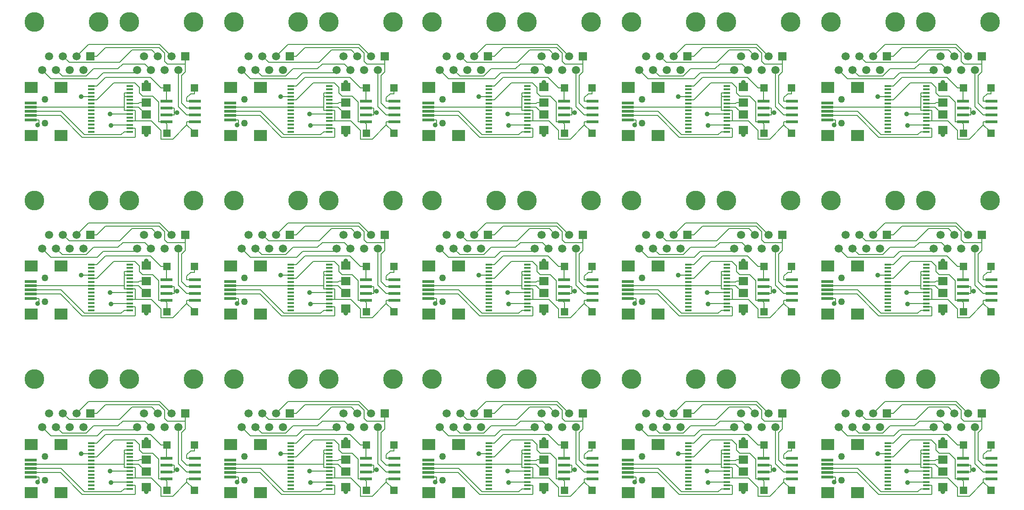
<source format=gtl>
G04 (created by PCBNEW-RS274X (2011-07-08)-stable) date Thu 21 Jul 2011 06:08:38 PM EDT*
G01*
G70*
G90*
%MOIN*%
G04 Gerber Fmt 3.4, Leading zero omitted, Abs format*
%FSLAX34Y34*%
G04 APERTURE LIST*
%ADD10C,0.006000*%
%ADD11R,0.055000X0.055000*%
%ADD12R,0.070900X0.062900*%
%ADD13R,0.091000X0.019000*%
%ADD14R,0.098000X0.079000*%
%ADD15C,0.050000*%
%ADD16R,0.050000X0.016000*%
%ADD17R,0.086600X0.023600*%
%ADD18C,0.143700*%
%ADD19R,0.059100X0.059100*%
%ADD20C,0.059100*%
%ADD21C,0.035000*%
%ADD22C,0.008000*%
G04 APERTURE END LIST*
G54D10*
G54D11*
X77500Y-49800D03*
X77500Y-46500D03*
G54D12*
X76000Y-49559D03*
X76000Y-48441D03*
G54D13*
X67615Y-47890D03*
X67615Y-47580D03*
X67615Y-48200D03*
X67615Y-48510D03*
G54D14*
X69820Y-49950D03*
X67650Y-49950D03*
X67650Y-46450D03*
X69820Y-46450D03*
G54D13*
X67615Y-48820D03*
G54D15*
X68630Y-49065D03*
X68630Y-47335D03*
G54D16*
X72000Y-46350D03*
X72000Y-46600D03*
X72000Y-46860D03*
X72000Y-47120D03*
X72000Y-47370D03*
X72000Y-47630D03*
X72000Y-47890D03*
X72000Y-48140D03*
X72000Y-48400D03*
X72000Y-48650D03*
X72000Y-48910D03*
X72000Y-49170D03*
X72000Y-49420D03*
X72000Y-49680D03*
X74800Y-49680D03*
X74800Y-49420D03*
X74800Y-49180D03*
X74800Y-48910D03*
X74800Y-48650D03*
X74800Y-48400D03*
X74800Y-48140D03*
X74800Y-47890D03*
X74800Y-47630D03*
X74800Y-47370D03*
X74800Y-47120D03*
X74800Y-46860D03*
X74800Y-46600D03*
X74800Y-46350D03*
G54D17*
X77476Y-47450D03*
X77476Y-47950D03*
X77476Y-48450D03*
X77476Y-48950D03*
X79523Y-48950D03*
X79523Y-48450D03*
X79523Y-47950D03*
X79523Y-47450D03*
G54D11*
X79500Y-49800D03*
X79500Y-46500D03*
G54D18*
X67862Y-41700D03*
X72535Y-41700D03*
G54D19*
X71950Y-44200D03*
G54D20*
X71450Y-45200D03*
X70950Y-44200D03*
X70450Y-45200D03*
X69950Y-44200D03*
X69450Y-45200D03*
X68950Y-44200D03*
X68450Y-45200D03*
G54D18*
X74762Y-41700D03*
X79435Y-41700D03*
G54D19*
X78850Y-44200D03*
G54D20*
X78350Y-45200D03*
X77850Y-44200D03*
X77350Y-45200D03*
X76850Y-44200D03*
X76350Y-45200D03*
X75850Y-44200D03*
X75350Y-45200D03*
G54D12*
X76000Y-46441D03*
X76000Y-47559D03*
G54D11*
X63000Y-49800D03*
X63000Y-46500D03*
G54D12*
X61500Y-49559D03*
X61500Y-48441D03*
G54D13*
X53115Y-47890D03*
X53115Y-47580D03*
X53115Y-48200D03*
X53115Y-48510D03*
G54D14*
X55320Y-49950D03*
X53150Y-49950D03*
X53150Y-46450D03*
X55320Y-46450D03*
G54D13*
X53115Y-48820D03*
G54D15*
X54130Y-49065D03*
X54130Y-47335D03*
G54D16*
X57500Y-46350D03*
X57500Y-46600D03*
X57500Y-46860D03*
X57500Y-47120D03*
X57500Y-47370D03*
X57500Y-47630D03*
X57500Y-47890D03*
X57500Y-48140D03*
X57500Y-48400D03*
X57500Y-48650D03*
X57500Y-48910D03*
X57500Y-49170D03*
X57500Y-49420D03*
X57500Y-49680D03*
X60300Y-49680D03*
X60300Y-49420D03*
X60300Y-49180D03*
X60300Y-48910D03*
X60300Y-48650D03*
X60300Y-48400D03*
X60300Y-48140D03*
X60300Y-47890D03*
X60300Y-47630D03*
X60300Y-47370D03*
X60300Y-47120D03*
X60300Y-46860D03*
X60300Y-46600D03*
X60300Y-46350D03*
G54D17*
X62976Y-47450D03*
X62976Y-47950D03*
X62976Y-48450D03*
X62976Y-48950D03*
X65023Y-48950D03*
X65023Y-48450D03*
X65023Y-47950D03*
X65023Y-47450D03*
G54D11*
X65000Y-49800D03*
X65000Y-46500D03*
G54D18*
X53362Y-41700D03*
X58035Y-41700D03*
G54D19*
X57450Y-44200D03*
G54D20*
X56950Y-45200D03*
X56450Y-44200D03*
X55950Y-45200D03*
X55450Y-44200D03*
X54950Y-45200D03*
X54450Y-44200D03*
X53950Y-45200D03*
G54D18*
X60262Y-41700D03*
X64935Y-41700D03*
G54D19*
X64350Y-44200D03*
G54D20*
X63850Y-45200D03*
X63350Y-44200D03*
X62850Y-45200D03*
X62350Y-44200D03*
X61850Y-45200D03*
X61350Y-44200D03*
X60850Y-45200D03*
G54D12*
X61500Y-46441D03*
X61500Y-47559D03*
G54D11*
X48600Y-49800D03*
X48600Y-46500D03*
G54D12*
X47100Y-49559D03*
X47100Y-48441D03*
G54D13*
X38715Y-47890D03*
X38715Y-47580D03*
X38715Y-48200D03*
X38715Y-48510D03*
G54D14*
X40920Y-49950D03*
X38750Y-49950D03*
X38750Y-46450D03*
X40920Y-46450D03*
G54D13*
X38715Y-48820D03*
G54D15*
X39730Y-49065D03*
X39730Y-47335D03*
G54D16*
X43100Y-46350D03*
X43100Y-46600D03*
X43100Y-46860D03*
X43100Y-47120D03*
X43100Y-47370D03*
X43100Y-47630D03*
X43100Y-47890D03*
X43100Y-48140D03*
X43100Y-48400D03*
X43100Y-48650D03*
X43100Y-48910D03*
X43100Y-49170D03*
X43100Y-49420D03*
X43100Y-49680D03*
X45900Y-49680D03*
X45900Y-49420D03*
X45900Y-49180D03*
X45900Y-48910D03*
X45900Y-48650D03*
X45900Y-48400D03*
X45900Y-48140D03*
X45900Y-47890D03*
X45900Y-47630D03*
X45900Y-47370D03*
X45900Y-47120D03*
X45900Y-46860D03*
X45900Y-46600D03*
X45900Y-46350D03*
G54D17*
X48576Y-47450D03*
X48576Y-47950D03*
X48576Y-48450D03*
X48576Y-48950D03*
X50623Y-48950D03*
X50623Y-48450D03*
X50623Y-47950D03*
X50623Y-47450D03*
G54D11*
X50600Y-49800D03*
X50600Y-46500D03*
G54D18*
X38962Y-41700D03*
X43635Y-41700D03*
G54D19*
X43050Y-44200D03*
G54D20*
X42550Y-45200D03*
X42050Y-44200D03*
X41550Y-45200D03*
X41050Y-44200D03*
X40550Y-45200D03*
X40050Y-44200D03*
X39550Y-45200D03*
G54D18*
X45862Y-41700D03*
X50535Y-41700D03*
G54D19*
X49950Y-44200D03*
G54D20*
X49450Y-45200D03*
X48950Y-44200D03*
X48450Y-45200D03*
X47950Y-44200D03*
X47450Y-45200D03*
X46950Y-44200D03*
X46450Y-45200D03*
G54D12*
X47100Y-46441D03*
X47100Y-47559D03*
X32600Y-46441D03*
X32600Y-47559D03*
G54D18*
X31362Y-41700D03*
X36035Y-41700D03*
G54D19*
X35450Y-44200D03*
G54D20*
X34950Y-45200D03*
X34450Y-44200D03*
X33950Y-45200D03*
X33450Y-44200D03*
X32950Y-45200D03*
X32450Y-44200D03*
X31950Y-45200D03*
G54D18*
X24462Y-41700D03*
X29135Y-41700D03*
G54D19*
X28550Y-44200D03*
G54D20*
X28050Y-45200D03*
X27550Y-44200D03*
X27050Y-45200D03*
X26550Y-44200D03*
X26050Y-45200D03*
X25550Y-44200D03*
X25050Y-45200D03*
G54D11*
X36100Y-46500D03*
X36100Y-49800D03*
G54D17*
X34076Y-47450D03*
X34076Y-47950D03*
X34076Y-48450D03*
X34076Y-48950D03*
X36123Y-48950D03*
X36123Y-48450D03*
X36123Y-47950D03*
X36123Y-47450D03*
G54D16*
X28600Y-46350D03*
X28600Y-46600D03*
X28600Y-46860D03*
X28600Y-47120D03*
X28600Y-47370D03*
X28600Y-47630D03*
X28600Y-47890D03*
X28600Y-48140D03*
X28600Y-48400D03*
X28600Y-48650D03*
X28600Y-48910D03*
X28600Y-49170D03*
X28600Y-49420D03*
X28600Y-49680D03*
X31400Y-49680D03*
X31400Y-49420D03*
X31400Y-49180D03*
X31400Y-48910D03*
X31400Y-48650D03*
X31400Y-48400D03*
X31400Y-48140D03*
X31400Y-47890D03*
X31400Y-47630D03*
X31400Y-47370D03*
X31400Y-47120D03*
X31400Y-46860D03*
X31400Y-46600D03*
X31400Y-46350D03*
G54D13*
X24215Y-47890D03*
X24215Y-47580D03*
X24215Y-48200D03*
X24215Y-48510D03*
G54D14*
X26420Y-49950D03*
X24250Y-49950D03*
X24250Y-46450D03*
X26420Y-46450D03*
G54D13*
X24215Y-48820D03*
G54D15*
X25230Y-49065D03*
X25230Y-47335D03*
G54D12*
X32600Y-49559D03*
X32600Y-48441D03*
G54D11*
X34100Y-46500D03*
X34100Y-49800D03*
G54D12*
X90500Y-46441D03*
X90500Y-47559D03*
G54D18*
X89262Y-41700D03*
X93935Y-41700D03*
G54D19*
X93350Y-44200D03*
G54D20*
X92850Y-45200D03*
X92350Y-44200D03*
X91850Y-45200D03*
X91350Y-44200D03*
X90850Y-45200D03*
X90350Y-44200D03*
X89850Y-45200D03*
G54D18*
X82362Y-41700D03*
X87035Y-41700D03*
G54D19*
X86450Y-44200D03*
G54D20*
X85950Y-45200D03*
X85450Y-44200D03*
X84950Y-45200D03*
X84450Y-44200D03*
X83950Y-45200D03*
X83450Y-44200D03*
X82950Y-45200D03*
G54D11*
X94000Y-46500D03*
X94000Y-49800D03*
G54D17*
X91976Y-47450D03*
X91976Y-47950D03*
X91976Y-48450D03*
X91976Y-48950D03*
X94023Y-48950D03*
X94023Y-48450D03*
X94023Y-47950D03*
X94023Y-47450D03*
G54D16*
X86500Y-46350D03*
X86500Y-46600D03*
X86500Y-46860D03*
X86500Y-47120D03*
X86500Y-47370D03*
X86500Y-47630D03*
X86500Y-47890D03*
X86500Y-48140D03*
X86500Y-48400D03*
X86500Y-48650D03*
X86500Y-48910D03*
X86500Y-49170D03*
X86500Y-49420D03*
X86500Y-49680D03*
X89300Y-49680D03*
X89300Y-49420D03*
X89300Y-49180D03*
X89300Y-48910D03*
X89300Y-48650D03*
X89300Y-48400D03*
X89300Y-48140D03*
X89300Y-47890D03*
X89300Y-47630D03*
X89300Y-47370D03*
X89300Y-47120D03*
X89300Y-46860D03*
X89300Y-46600D03*
X89300Y-46350D03*
G54D13*
X82115Y-47890D03*
X82115Y-47580D03*
X82115Y-48200D03*
X82115Y-48510D03*
G54D14*
X84320Y-49950D03*
X82150Y-49950D03*
X82150Y-46450D03*
X84320Y-46450D03*
G54D13*
X82115Y-48820D03*
G54D15*
X83130Y-49065D03*
X83130Y-47335D03*
G54D12*
X90500Y-49559D03*
X90500Y-48441D03*
G54D11*
X92000Y-46500D03*
X92000Y-49800D03*
X92000Y-36800D03*
X92000Y-33500D03*
G54D12*
X90500Y-36559D03*
X90500Y-35441D03*
G54D13*
X82115Y-34890D03*
X82115Y-34580D03*
X82115Y-35200D03*
X82115Y-35510D03*
G54D14*
X84320Y-36950D03*
X82150Y-36950D03*
X82150Y-33450D03*
X84320Y-33450D03*
G54D13*
X82115Y-35820D03*
G54D15*
X83130Y-36065D03*
X83130Y-34335D03*
G54D16*
X86500Y-33350D03*
X86500Y-33600D03*
X86500Y-33860D03*
X86500Y-34120D03*
X86500Y-34370D03*
X86500Y-34630D03*
X86500Y-34890D03*
X86500Y-35140D03*
X86500Y-35400D03*
X86500Y-35650D03*
X86500Y-35910D03*
X86500Y-36170D03*
X86500Y-36420D03*
X86500Y-36680D03*
X89300Y-36680D03*
X89300Y-36420D03*
X89300Y-36180D03*
X89300Y-35910D03*
X89300Y-35650D03*
X89300Y-35400D03*
X89300Y-35140D03*
X89300Y-34890D03*
X89300Y-34630D03*
X89300Y-34370D03*
X89300Y-34120D03*
X89300Y-33860D03*
X89300Y-33600D03*
X89300Y-33350D03*
G54D17*
X91976Y-34450D03*
X91976Y-34950D03*
X91976Y-35450D03*
X91976Y-35950D03*
X94023Y-35950D03*
X94023Y-35450D03*
X94023Y-34950D03*
X94023Y-34450D03*
G54D11*
X94000Y-36800D03*
X94000Y-33500D03*
G54D18*
X82362Y-28700D03*
X87035Y-28700D03*
G54D19*
X86450Y-31200D03*
G54D20*
X85950Y-32200D03*
X85450Y-31200D03*
X84950Y-32200D03*
X84450Y-31200D03*
X83950Y-32200D03*
X83450Y-31200D03*
X82950Y-32200D03*
G54D18*
X89262Y-28700D03*
X93935Y-28700D03*
G54D19*
X93350Y-31200D03*
G54D20*
X92850Y-32200D03*
X92350Y-31200D03*
X91850Y-32200D03*
X91350Y-31200D03*
X90850Y-32200D03*
X90350Y-31200D03*
X89850Y-32200D03*
G54D12*
X90500Y-33441D03*
X90500Y-34559D03*
G54D11*
X34100Y-36800D03*
X34100Y-33500D03*
G54D12*
X32600Y-36559D03*
X32600Y-35441D03*
G54D13*
X24215Y-34890D03*
X24215Y-34580D03*
X24215Y-35200D03*
X24215Y-35510D03*
G54D14*
X26420Y-36950D03*
X24250Y-36950D03*
X24250Y-33450D03*
X26420Y-33450D03*
G54D13*
X24215Y-35820D03*
G54D15*
X25230Y-36065D03*
X25230Y-34335D03*
G54D16*
X28600Y-33350D03*
X28600Y-33600D03*
X28600Y-33860D03*
X28600Y-34120D03*
X28600Y-34370D03*
X28600Y-34630D03*
X28600Y-34890D03*
X28600Y-35140D03*
X28600Y-35400D03*
X28600Y-35650D03*
X28600Y-35910D03*
X28600Y-36170D03*
X28600Y-36420D03*
X28600Y-36680D03*
X31400Y-36680D03*
X31400Y-36420D03*
X31400Y-36180D03*
X31400Y-35910D03*
X31400Y-35650D03*
X31400Y-35400D03*
X31400Y-35140D03*
X31400Y-34890D03*
X31400Y-34630D03*
X31400Y-34370D03*
X31400Y-34120D03*
X31400Y-33860D03*
X31400Y-33600D03*
X31400Y-33350D03*
G54D17*
X34076Y-34450D03*
X34076Y-34950D03*
X34076Y-35450D03*
X34076Y-35950D03*
X36123Y-35950D03*
X36123Y-35450D03*
X36123Y-34950D03*
X36123Y-34450D03*
G54D11*
X36100Y-36800D03*
X36100Y-33500D03*
G54D18*
X24462Y-28700D03*
X29135Y-28700D03*
G54D19*
X28550Y-31200D03*
G54D20*
X28050Y-32200D03*
X27550Y-31200D03*
X27050Y-32200D03*
X26550Y-31200D03*
X26050Y-32200D03*
X25550Y-31200D03*
X25050Y-32200D03*
G54D18*
X31362Y-28700D03*
X36035Y-28700D03*
G54D19*
X35450Y-31200D03*
G54D20*
X34950Y-32200D03*
X34450Y-31200D03*
X33950Y-32200D03*
X33450Y-31200D03*
X32950Y-32200D03*
X32450Y-31200D03*
X31950Y-32200D03*
G54D12*
X32600Y-33441D03*
X32600Y-34559D03*
X47100Y-33441D03*
X47100Y-34559D03*
G54D18*
X45862Y-28700D03*
X50535Y-28700D03*
G54D19*
X49950Y-31200D03*
G54D20*
X49450Y-32200D03*
X48950Y-31200D03*
X48450Y-32200D03*
X47950Y-31200D03*
X47450Y-32200D03*
X46950Y-31200D03*
X46450Y-32200D03*
G54D18*
X38962Y-28700D03*
X43635Y-28700D03*
G54D19*
X43050Y-31200D03*
G54D20*
X42550Y-32200D03*
X42050Y-31200D03*
X41550Y-32200D03*
X41050Y-31200D03*
X40550Y-32200D03*
X40050Y-31200D03*
X39550Y-32200D03*
G54D11*
X50600Y-33500D03*
X50600Y-36800D03*
G54D17*
X48576Y-34450D03*
X48576Y-34950D03*
X48576Y-35450D03*
X48576Y-35950D03*
X50623Y-35950D03*
X50623Y-35450D03*
X50623Y-34950D03*
X50623Y-34450D03*
G54D16*
X43100Y-33350D03*
X43100Y-33600D03*
X43100Y-33860D03*
X43100Y-34120D03*
X43100Y-34370D03*
X43100Y-34630D03*
X43100Y-34890D03*
X43100Y-35140D03*
X43100Y-35400D03*
X43100Y-35650D03*
X43100Y-35910D03*
X43100Y-36170D03*
X43100Y-36420D03*
X43100Y-36680D03*
X45900Y-36680D03*
X45900Y-36420D03*
X45900Y-36180D03*
X45900Y-35910D03*
X45900Y-35650D03*
X45900Y-35400D03*
X45900Y-35140D03*
X45900Y-34890D03*
X45900Y-34630D03*
X45900Y-34370D03*
X45900Y-34120D03*
X45900Y-33860D03*
X45900Y-33600D03*
X45900Y-33350D03*
G54D13*
X38715Y-34890D03*
X38715Y-34580D03*
X38715Y-35200D03*
X38715Y-35510D03*
G54D14*
X40920Y-36950D03*
X38750Y-36950D03*
X38750Y-33450D03*
X40920Y-33450D03*
G54D13*
X38715Y-35820D03*
G54D15*
X39730Y-36065D03*
X39730Y-34335D03*
G54D12*
X47100Y-36559D03*
X47100Y-35441D03*
G54D11*
X48600Y-33500D03*
X48600Y-36800D03*
G54D12*
X61500Y-33441D03*
X61500Y-34559D03*
G54D18*
X60262Y-28700D03*
X64935Y-28700D03*
G54D19*
X64350Y-31200D03*
G54D20*
X63850Y-32200D03*
X63350Y-31200D03*
X62850Y-32200D03*
X62350Y-31200D03*
X61850Y-32200D03*
X61350Y-31200D03*
X60850Y-32200D03*
G54D18*
X53362Y-28700D03*
X58035Y-28700D03*
G54D19*
X57450Y-31200D03*
G54D20*
X56950Y-32200D03*
X56450Y-31200D03*
X55950Y-32200D03*
X55450Y-31200D03*
X54950Y-32200D03*
X54450Y-31200D03*
X53950Y-32200D03*
G54D11*
X65000Y-33500D03*
X65000Y-36800D03*
G54D17*
X62976Y-34450D03*
X62976Y-34950D03*
X62976Y-35450D03*
X62976Y-35950D03*
X65023Y-35950D03*
X65023Y-35450D03*
X65023Y-34950D03*
X65023Y-34450D03*
G54D16*
X57500Y-33350D03*
X57500Y-33600D03*
X57500Y-33860D03*
X57500Y-34120D03*
X57500Y-34370D03*
X57500Y-34630D03*
X57500Y-34890D03*
X57500Y-35140D03*
X57500Y-35400D03*
X57500Y-35650D03*
X57500Y-35910D03*
X57500Y-36170D03*
X57500Y-36420D03*
X57500Y-36680D03*
X60300Y-36680D03*
X60300Y-36420D03*
X60300Y-36180D03*
X60300Y-35910D03*
X60300Y-35650D03*
X60300Y-35400D03*
X60300Y-35140D03*
X60300Y-34890D03*
X60300Y-34630D03*
X60300Y-34370D03*
X60300Y-34120D03*
X60300Y-33860D03*
X60300Y-33600D03*
X60300Y-33350D03*
G54D13*
X53115Y-34890D03*
X53115Y-34580D03*
X53115Y-35200D03*
X53115Y-35510D03*
G54D14*
X55320Y-36950D03*
X53150Y-36950D03*
X53150Y-33450D03*
X55320Y-33450D03*
G54D13*
X53115Y-35820D03*
G54D15*
X54130Y-36065D03*
X54130Y-34335D03*
G54D12*
X61500Y-36559D03*
X61500Y-35441D03*
G54D11*
X63000Y-33500D03*
X63000Y-36800D03*
G54D12*
X76000Y-33441D03*
X76000Y-34559D03*
G54D18*
X74762Y-28700D03*
X79435Y-28700D03*
G54D19*
X78850Y-31200D03*
G54D20*
X78350Y-32200D03*
X77850Y-31200D03*
X77350Y-32200D03*
X76850Y-31200D03*
X76350Y-32200D03*
X75850Y-31200D03*
X75350Y-32200D03*
G54D18*
X67862Y-28700D03*
X72535Y-28700D03*
G54D19*
X71950Y-31200D03*
G54D20*
X71450Y-32200D03*
X70950Y-31200D03*
X70450Y-32200D03*
X69950Y-31200D03*
X69450Y-32200D03*
X68950Y-31200D03*
X68450Y-32200D03*
G54D11*
X79500Y-33500D03*
X79500Y-36800D03*
G54D17*
X77476Y-34450D03*
X77476Y-34950D03*
X77476Y-35450D03*
X77476Y-35950D03*
X79523Y-35950D03*
X79523Y-35450D03*
X79523Y-34950D03*
X79523Y-34450D03*
G54D16*
X72000Y-33350D03*
X72000Y-33600D03*
X72000Y-33860D03*
X72000Y-34120D03*
X72000Y-34370D03*
X72000Y-34630D03*
X72000Y-34890D03*
X72000Y-35140D03*
X72000Y-35400D03*
X72000Y-35650D03*
X72000Y-35910D03*
X72000Y-36170D03*
X72000Y-36420D03*
X72000Y-36680D03*
X74800Y-36680D03*
X74800Y-36420D03*
X74800Y-36180D03*
X74800Y-35910D03*
X74800Y-35650D03*
X74800Y-35400D03*
X74800Y-35140D03*
X74800Y-34890D03*
X74800Y-34630D03*
X74800Y-34370D03*
X74800Y-34120D03*
X74800Y-33860D03*
X74800Y-33600D03*
X74800Y-33350D03*
G54D13*
X67615Y-34890D03*
X67615Y-34580D03*
X67615Y-35200D03*
X67615Y-35510D03*
G54D14*
X69820Y-36950D03*
X67650Y-36950D03*
X67650Y-33450D03*
X69820Y-33450D03*
G54D13*
X67615Y-35820D03*
G54D15*
X68630Y-36065D03*
X68630Y-34335D03*
G54D12*
X76000Y-36559D03*
X76000Y-35441D03*
G54D11*
X77500Y-33500D03*
X77500Y-36800D03*
X77500Y-23800D03*
X77500Y-20500D03*
G54D12*
X76000Y-23559D03*
X76000Y-22441D03*
G54D13*
X67615Y-21890D03*
X67615Y-21580D03*
X67615Y-22200D03*
X67615Y-22510D03*
G54D14*
X69820Y-23950D03*
X67650Y-23950D03*
X67650Y-20450D03*
X69820Y-20450D03*
G54D13*
X67615Y-22820D03*
G54D15*
X68630Y-23065D03*
X68630Y-21335D03*
G54D16*
X72000Y-20350D03*
X72000Y-20600D03*
X72000Y-20860D03*
X72000Y-21120D03*
X72000Y-21370D03*
X72000Y-21630D03*
X72000Y-21890D03*
X72000Y-22140D03*
X72000Y-22400D03*
X72000Y-22650D03*
X72000Y-22910D03*
X72000Y-23170D03*
X72000Y-23420D03*
X72000Y-23680D03*
X74800Y-23680D03*
X74800Y-23420D03*
X74800Y-23180D03*
X74800Y-22910D03*
X74800Y-22650D03*
X74800Y-22400D03*
X74800Y-22140D03*
X74800Y-21890D03*
X74800Y-21630D03*
X74800Y-21370D03*
X74800Y-21120D03*
X74800Y-20860D03*
X74800Y-20600D03*
X74800Y-20350D03*
G54D17*
X77476Y-21450D03*
X77476Y-21950D03*
X77476Y-22450D03*
X77476Y-22950D03*
X79523Y-22950D03*
X79523Y-22450D03*
X79523Y-21950D03*
X79523Y-21450D03*
G54D11*
X79500Y-23800D03*
X79500Y-20500D03*
G54D18*
X67862Y-15700D03*
X72535Y-15700D03*
G54D19*
X71950Y-18200D03*
G54D20*
X71450Y-19200D03*
X70950Y-18200D03*
X70450Y-19200D03*
X69950Y-18200D03*
X69450Y-19200D03*
X68950Y-18200D03*
X68450Y-19200D03*
G54D18*
X74762Y-15700D03*
X79435Y-15700D03*
G54D19*
X78850Y-18200D03*
G54D20*
X78350Y-19200D03*
X77850Y-18200D03*
X77350Y-19200D03*
X76850Y-18200D03*
X76350Y-19200D03*
X75850Y-18200D03*
X75350Y-19200D03*
G54D12*
X76000Y-20441D03*
X76000Y-21559D03*
G54D11*
X63000Y-23800D03*
X63000Y-20500D03*
G54D12*
X61500Y-23559D03*
X61500Y-22441D03*
G54D13*
X53115Y-21890D03*
X53115Y-21580D03*
X53115Y-22200D03*
X53115Y-22510D03*
G54D14*
X55320Y-23950D03*
X53150Y-23950D03*
X53150Y-20450D03*
X55320Y-20450D03*
G54D13*
X53115Y-22820D03*
G54D15*
X54130Y-23065D03*
X54130Y-21335D03*
G54D16*
X57500Y-20350D03*
X57500Y-20600D03*
X57500Y-20860D03*
X57500Y-21120D03*
X57500Y-21370D03*
X57500Y-21630D03*
X57500Y-21890D03*
X57500Y-22140D03*
X57500Y-22400D03*
X57500Y-22650D03*
X57500Y-22910D03*
X57500Y-23170D03*
X57500Y-23420D03*
X57500Y-23680D03*
X60300Y-23680D03*
X60300Y-23420D03*
X60300Y-23180D03*
X60300Y-22910D03*
X60300Y-22650D03*
X60300Y-22400D03*
X60300Y-22140D03*
X60300Y-21890D03*
X60300Y-21630D03*
X60300Y-21370D03*
X60300Y-21120D03*
X60300Y-20860D03*
X60300Y-20600D03*
X60300Y-20350D03*
G54D17*
X62976Y-21450D03*
X62976Y-21950D03*
X62976Y-22450D03*
X62976Y-22950D03*
X65023Y-22950D03*
X65023Y-22450D03*
X65023Y-21950D03*
X65023Y-21450D03*
G54D11*
X65000Y-23800D03*
X65000Y-20500D03*
G54D18*
X53362Y-15700D03*
X58035Y-15700D03*
G54D19*
X57450Y-18200D03*
G54D20*
X56950Y-19200D03*
X56450Y-18200D03*
X55950Y-19200D03*
X55450Y-18200D03*
X54950Y-19200D03*
X54450Y-18200D03*
X53950Y-19200D03*
G54D18*
X60262Y-15700D03*
X64935Y-15700D03*
G54D19*
X64350Y-18200D03*
G54D20*
X63850Y-19200D03*
X63350Y-18200D03*
X62850Y-19200D03*
X62350Y-18200D03*
X61850Y-19200D03*
X61350Y-18200D03*
X60850Y-19200D03*
G54D12*
X61500Y-20441D03*
X61500Y-21559D03*
G54D11*
X48600Y-23800D03*
X48600Y-20500D03*
G54D12*
X47100Y-23559D03*
X47100Y-22441D03*
G54D13*
X38715Y-21890D03*
X38715Y-21580D03*
X38715Y-22200D03*
X38715Y-22510D03*
G54D14*
X40920Y-23950D03*
X38750Y-23950D03*
X38750Y-20450D03*
X40920Y-20450D03*
G54D13*
X38715Y-22820D03*
G54D15*
X39730Y-23065D03*
X39730Y-21335D03*
G54D16*
X43100Y-20350D03*
X43100Y-20600D03*
X43100Y-20860D03*
X43100Y-21120D03*
X43100Y-21370D03*
X43100Y-21630D03*
X43100Y-21890D03*
X43100Y-22140D03*
X43100Y-22400D03*
X43100Y-22650D03*
X43100Y-22910D03*
X43100Y-23170D03*
X43100Y-23420D03*
X43100Y-23680D03*
X45900Y-23680D03*
X45900Y-23420D03*
X45900Y-23180D03*
X45900Y-22910D03*
X45900Y-22650D03*
X45900Y-22400D03*
X45900Y-22140D03*
X45900Y-21890D03*
X45900Y-21630D03*
X45900Y-21370D03*
X45900Y-21120D03*
X45900Y-20860D03*
X45900Y-20600D03*
X45900Y-20350D03*
G54D17*
X48576Y-21450D03*
X48576Y-21950D03*
X48576Y-22450D03*
X48576Y-22950D03*
X50623Y-22950D03*
X50623Y-22450D03*
X50623Y-21950D03*
X50623Y-21450D03*
G54D11*
X50600Y-23800D03*
X50600Y-20500D03*
G54D18*
X38962Y-15700D03*
X43635Y-15700D03*
G54D19*
X43050Y-18200D03*
G54D20*
X42550Y-19200D03*
X42050Y-18200D03*
X41550Y-19200D03*
X41050Y-18200D03*
X40550Y-19200D03*
X40050Y-18200D03*
X39550Y-19200D03*
G54D18*
X45862Y-15700D03*
X50535Y-15700D03*
G54D19*
X49950Y-18200D03*
G54D20*
X49450Y-19200D03*
X48950Y-18200D03*
X48450Y-19200D03*
X47950Y-18200D03*
X47450Y-19200D03*
X46950Y-18200D03*
X46450Y-19200D03*
G54D12*
X47100Y-20441D03*
X47100Y-21559D03*
X32600Y-20441D03*
X32600Y-21559D03*
G54D18*
X31362Y-15700D03*
X36035Y-15700D03*
G54D19*
X35450Y-18200D03*
G54D20*
X34950Y-19200D03*
X34450Y-18200D03*
X33950Y-19200D03*
X33450Y-18200D03*
X32950Y-19200D03*
X32450Y-18200D03*
X31950Y-19200D03*
G54D18*
X24462Y-15700D03*
X29135Y-15700D03*
G54D19*
X28550Y-18200D03*
G54D20*
X28050Y-19200D03*
X27550Y-18200D03*
X27050Y-19200D03*
X26550Y-18200D03*
X26050Y-19200D03*
X25550Y-18200D03*
X25050Y-19200D03*
G54D11*
X36100Y-20500D03*
X36100Y-23800D03*
G54D17*
X34076Y-21450D03*
X34076Y-21950D03*
X34076Y-22450D03*
X34076Y-22950D03*
X36123Y-22950D03*
X36123Y-22450D03*
X36123Y-21950D03*
X36123Y-21450D03*
G54D16*
X28600Y-20350D03*
X28600Y-20600D03*
X28600Y-20860D03*
X28600Y-21120D03*
X28600Y-21370D03*
X28600Y-21630D03*
X28600Y-21890D03*
X28600Y-22140D03*
X28600Y-22400D03*
X28600Y-22650D03*
X28600Y-22910D03*
X28600Y-23170D03*
X28600Y-23420D03*
X28600Y-23680D03*
X31400Y-23680D03*
X31400Y-23420D03*
X31400Y-23180D03*
X31400Y-22910D03*
X31400Y-22650D03*
X31400Y-22400D03*
X31400Y-22140D03*
X31400Y-21890D03*
X31400Y-21630D03*
X31400Y-21370D03*
X31400Y-21120D03*
X31400Y-20860D03*
X31400Y-20600D03*
X31400Y-20350D03*
G54D13*
X24215Y-21890D03*
X24215Y-21580D03*
X24215Y-22200D03*
X24215Y-22510D03*
G54D14*
X26420Y-23950D03*
X24250Y-23950D03*
X24250Y-20450D03*
X26420Y-20450D03*
G54D13*
X24215Y-22820D03*
G54D15*
X25230Y-23065D03*
X25230Y-21335D03*
G54D12*
X32600Y-23559D03*
X32600Y-22441D03*
G54D11*
X34100Y-20500D03*
X34100Y-23800D03*
G54D12*
X90500Y-20441D03*
X90500Y-21559D03*
G54D18*
X89262Y-15700D03*
X93935Y-15700D03*
G54D19*
X93350Y-18200D03*
G54D20*
X92850Y-19200D03*
X92350Y-18200D03*
X91850Y-19200D03*
X91350Y-18200D03*
X90850Y-19200D03*
X90350Y-18200D03*
X89850Y-19200D03*
G54D18*
X82362Y-15700D03*
X87035Y-15700D03*
G54D19*
X86450Y-18200D03*
G54D20*
X85950Y-19200D03*
X85450Y-18200D03*
X84950Y-19200D03*
X84450Y-18200D03*
X83950Y-19200D03*
X83450Y-18200D03*
X82950Y-19200D03*
G54D11*
X94000Y-20500D03*
X94000Y-23800D03*
G54D17*
X91976Y-21450D03*
X91976Y-21950D03*
X91976Y-22450D03*
X91976Y-22950D03*
X94023Y-22950D03*
X94023Y-22450D03*
X94023Y-21950D03*
X94023Y-21450D03*
G54D16*
X86500Y-20350D03*
X86500Y-20600D03*
X86500Y-20860D03*
X86500Y-21120D03*
X86500Y-21370D03*
X86500Y-21630D03*
X86500Y-21890D03*
X86500Y-22140D03*
X86500Y-22400D03*
X86500Y-22650D03*
X86500Y-22910D03*
X86500Y-23170D03*
X86500Y-23420D03*
X86500Y-23680D03*
X89300Y-23680D03*
X89300Y-23420D03*
X89300Y-23180D03*
X89300Y-22910D03*
X89300Y-22650D03*
X89300Y-22400D03*
X89300Y-22140D03*
X89300Y-21890D03*
X89300Y-21630D03*
X89300Y-21370D03*
X89300Y-21120D03*
X89300Y-20860D03*
X89300Y-20600D03*
X89300Y-20350D03*
G54D13*
X82115Y-21890D03*
X82115Y-21580D03*
X82115Y-22200D03*
X82115Y-22510D03*
G54D14*
X84320Y-23950D03*
X82150Y-23950D03*
X82150Y-20450D03*
X84320Y-20450D03*
G54D13*
X82115Y-22820D03*
G54D15*
X83130Y-23065D03*
X83130Y-21335D03*
G54D12*
X90500Y-23559D03*
X90500Y-22441D03*
G54D11*
X92000Y-20500D03*
X92000Y-23800D03*
G54D21*
X76000Y-49900D03*
X61500Y-49900D03*
X47100Y-49900D03*
X32600Y-49900D03*
X90500Y-49900D03*
X90500Y-36900D03*
X32600Y-36900D03*
X47100Y-36900D03*
X61500Y-36900D03*
X76000Y-36900D03*
X76000Y-23900D03*
X61500Y-23900D03*
X47100Y-23900D03*
X32600Y-23900D03*
X90500Y-23900D03*
X76000Y-46100D03*
X61500Y-46100D03*
X47100Y-46100D03*
X32600Y-46100D03*
X90500Y-46100D03*
X90500Y-33100D03*
X32600Y-33100D03*
X47100Y-33100D03*
X61500Y-33100D03*
X76000Y-33100D03*
X76000Y-20100D03*
X61500Y-20100D03*
X47100Y-20100D03*
X32600Y-20100D03*
X90500Y-20100D03*
X73436Y-49229D03*
X58936Y-49229D03*
X44536Y-49229D03*
X30036Y-49229D03*
X87936Y-49229D03*
X87936Y-36229D03*
X30036Y-36229D03*
X44536Y-36229D03*
X58936Y-36229D03*
X73436Y-36229D03*
X73436Y-23229D03*
X58936Y-23229D03*
X44536Y-23229D03*
X30036Y-23229D03*
X87936Y-23229D03*
X78250Y-48280D03*
X63750Y-48280D03*
X49350Y-48280D03*
X34850Y-48280D03*
X92750Y-48280D03*
X92750Y-35280D03*
X34850Y-35280D03*
X49350Y-35280D03*
X63750Y-35280D03*
X78250Y-35280D03*
X78250Y-22280D03*
X63750Y-22280D03*
X49350Y-22280D03*
X34850Y-22280D03*
X92750Y-22280D03*
X71255Y-47120D03*
X68095Y-49193D03*
X73361Y-48400D03*
X56755Y-47120D03*
X53595Y-49193D03*
X58861Y-48400D03*
X42355Y-47120D03*
X39195Y-49193D03*
X44461Y-48400D03*
X29961Y-48400D03*
X24695Y-49193D03*
X27855Y-47120D03*
X87861Y-48400D03*
X82595Y-49193D03*
X85755Y-47120D03*
X85755Y-34120D03*
X82595Y-36193D03*
X87861Y-35400D03*
X27855Y-34120D03*
X24695Y-36193D03*
X29961Y-35400D03*
X44461Y-35400D03*
X39195Y-36193D03*
X42355Y-34120D03*
X58861Y-35400D03*
X53595Y-36193D03*
X56755Y-34120D03*
X73361Y-35400D03*
X68095Y-36193D03*
X71255Y-34120D03*
X71255Y-21120D03*
X68095Y-23193D03*
X73361Y-22400D03*
X56755Y-21120D03*
X53595Y-23193D03*
X58861Y-22400D03*
X42355Y-21120D03*
X39195Y-23193D03*
X44461Y-22400D03*
X29961Y-22400D03*
X24695Y-23193D03*
X27855Y-21120D03*
X87861Y-22400D03*
X82595Y-23193D03*
X85755Y-21120D03*
G54D22*
X78947Y-49195D02*
X78947Y-48950D01*
X79500Y-49636D02*
X79388Y-49636D01*
X79388Y-49636D02*
X78947Y-49195D01*
X75193Y-48910D02*
X76387Y-48910D01*
X76387Y-48910D02*
X77063Y-49586D01*
X77063Y-49586D02*
X77063Y-50197D01*
X77063Y-50197D02*
X77085Y-50219D01*
X77085Y-50219D02*
X77923Y-50219D01*
X77923Y-50219D02*
X78947Y-49195D01*
X74997Y-48910D02*
X75193Y-48910D01*
X74800Y-48910D02*
X74997Y-48910D01*
X74800Y-48140D02*
X75193Y-48140D01*
X75193Y-48140D02*
X75193Y-48910D01*
X74604Y-48140D02*
X74800Y-48140D01*
X74407Y-47890D02*
X74407Y-47120D01*
X74407Y-48140D02*
X74407Y-47890D01*
X72000Y-47890D02*
X74407Y-47890D01*
X67615Y-47890D02*
X72000Y-47890D01*
X79523Y-48950D02*
X78947Y-48950D01*
X74466Y-47120D02*
X74407Y-47061D01*
X74407Y-47061D02*
X74407Y-46860D01*
X74604Y-47120D02*
X74466Y-47120D01*
X74466Y-47120D02*
X74407Y-47120D01*
X74800Y-46860D02*
X74407Y-46860D01*
X74800Y-47120D02*
X74604Y-47120D01*
X74604Y-48140D02*
X74407Y-48140D01*
X79500Y-49800D02*
X79500Y-49636D01*
X64447Y-49195D02*
X64447Y-48950D01*
X65000Y-49636D02*
X64888Y-49636D01*
X64888Y-49636D02*
X64447Y-49195D01*
X60693Y-48910D02*
X61887Y-48910D01*
X61887Y-48910D02*
X62563Y-49586D01*
X62563Y-49586D02*
X62563Y-50197D01*
X62563Y-50197D02*
X62585Y-50219D01*
X62585Y-50219D02*
X63423Y-50219D01*
X63423Y-50219D02*
X64447Y-49195D01*
X60497Y-48910D02*
X60693Y-48910D01*
X60300Y-48910D02*
X60497Y-48910D01*
X60300Y-48140D02*
X60693Y-48140D01*
X60693Y-48140D02*
X60693Y-48910D01*
X60104Y-48140D02*
X60300Y-48140D01*
X59907Y-47890D02*
X59907Y-47120D01*
X59907Y-48140D02*
X59907Y-47890D01*
X57500Y-47890D02*
X59907Y-47890D01*
X53115Y-47890D02*
X57500Y-47890D01*
X65023Y-48950D02*
X64447Y-48950D01*
X59966Y-47120D02*
X59907Y-47061D01*
X59907Y-47061D02*
X59907Y-46860D01*
X60104Y-47120D02*
X59966Y-47120D01*
X59966Y-47120D02*
X59907Y-47120D01*
X60300Y-46860D02*
X59907Y-46860D01*
X60300Y-47120D02*
X60104Y-47120D01*
X60104Y-48140D02*
X59907Y-48140D01*
X65000Y-49800D02*
X65000Y-49636D01*
X50047Y-49195D02*
X50047Y-48950D01*
X50600Y-49636D02*
X50488Y-49636D01*
X50488Y-49636D02*
X50047Y-49195D01*
X46293Y-48910D02*
X47487Y-48910D01*
X47487Y-48910D02*
X48163Y-49586D01*
X48163Y-49586D02*
X48163Y-50197D01*
X48163Y-50197D02*
X48185Y-50219D01*
X48185Y-50219D02*
X49023Y-50219D01*
X49023Y-50219D02*
X50047Y-49195D01*
X46097Y-48910D02*
X46293Y-48910D01*
X45900Y-48910D02*
X46097Y-48910D01*
X45900Y-48140D02*
X46293Y-48140D01*
X46293Y-48140D02*
X46293Y-48910D01*
X45704Y-48140D02*
X45900Y-48140D01*
X45507Y-47890D02*
X45507Y-47120D01*
X45507Y-48140D02*
X45507Y-47890D01*
X43100Y-47890D02*
X45507Y-47890D01*
X38715Y-47890D02*
X43100Y-47890D01*
X50623Y-48950D02*
X50047Y-48950D01*
X45566Y-47120D02*
X45507Y-47061D01*
X45507Y-47061D02*
X45507Y-46860D01*
X45704Y-47120D02*
X45566Y-47120D01*
X45566Y-47120D02*
X45507Y-47120D01*
X45900Y-46860D02*
X45507Y-46860D01*
X45900Y-47120D02*
X45704Y-47120D01*
X45704Y-48140D02*
X45507Y-48140D01*
X50600Y-49800D02*
X50600Y-49636D01*
X36100Y-49800D02*
X36100Y-49636D01*
X31204Y-48140D02*
X31007Y-48140D01*
X31400Y-47120D02*
X31204Y-47120D01*
X31400Y-46860D02*
X31007Y-46860D01*
X31066Y-47120D02*
X31007Y-47120D01*
X31204Y-47120D02*
X31066Y-47120D01*
X31007Y-47061D02*
X31007Y-46860D01*
X31066Y-47120D02*
X31007Y-47061D01*
X36123Y-48950D02*
X35547Y-48950D01*
X24215Y-47890D02*
X28600Y-47890D01*
X28600Y-47890D02*
X31007Y-47890D01*
X31007Y-48140D02*
X31007Y-47890D01*
X31007Y-47890D02*
X31007Y-47120D01*
X31204Y-48140D02*
X31400Y-48140D01*
X31793Y-48140D02*
X31793Y-48910D01*
X31400Y-48140D02*
X31793Y-48140D01*
X31400Y-48910D02*
X31597Y-48910D01*
X31597Y-48910D02*
X31793Y-48910D01*
X34523Y-50219D02*
X35547Y-49195D01*
X33685Y-50219D02*
X34523Y-50219D01*
X33663Y-50197D02*
X33685Y-50219D01*
X33663Y-49586D02*
X33663Y-50197D01*
X32987Y-48910D02*
X33663Y-49586D01*
X31793Y-48910D02*
X32987Y-48910D01*
X35988Y-49636D02*
X35547Y-49195D01*
X36100Y-49636D02*
X35988Y-49636D01*
X35547Y-49195D02*
X35547Y-48950D01*
X94000Y-49800D02*
X94000Y-49636D01*
X89104Y-48140D02*
X88907Y-48140D01*
X89300Y-47120D02*
X89104Y-47120D01*
X89300Y-46860D02*
X88907Y-46860D01*
X88966Y-47120D02*
X88907Y-47120D01*
X89104Y-47120D02*
X88966Y-47120D01*
X88907Y-47061D02*
X88907Y-46860D01*
X88966Y-47120D02*
X88907Y-47061D01*
X94023Y-48950D02*
X93447Y-48950D01*
X82115Y-47890D02*
X86500Y-47890D01*
X86500Y-47890D02*
X88907Y-47890D01*
X88907Y-48140D02*
X88907Y-47890D01*
X88907Y-47890D02*
X88907Y-47120D01*
X89104Y-48140D02*
X89300Y-48140D01*
X89693Y-48140D02*
X89693Y-48910D01*
X89300Y-48140D02*
X89693Y-48140D01*
X89300Y-48910D02*
X89497Y-48910D01*
X89497Y-48910D02*
X89693Y-48910D01*
X92423Y-50219D02*
X93447Y-49195D01*
X91585Y-50219D02*
X92423Y-50219D01*
X91563Y-50197D02*
X91585Y-50219D01*
X91563Y-49586D02*
X91563Y-50197D01*
X90887Y-48910D02*
X91563Y-49586D01*
X89693Y-48910D02*
X90887Y-48910D01*
X93888Y-49636D02*
X93447Y-49195D01*
X94000Y-49636D02*
X93888Y-49636D01*
X93447Y-49195D02*
X93447Y-48950D01*
X93447Y-36195D02*
X93447Y-35950D01*
X94000Y-36636D02*
X93888Y-36636D01*
X93888Y-36636D02*
X93447Y-36195D01*
X89693Y-35910D02*
X90887Y-35910D01*
X90887Y-35910D02*
X91563Y-36586D01*
X91563Y-36586D02*
X91563Y-37197D01*
X91563Y-37197D02*
X91585Y-37219D01*
X91585Y-37219D02*
X92423Y-37219D01*
X92423Y-37219D02*
X93447Y-36195D01*
X89497Y-35910D02*
X89693Y-35910D01*
X89300Y-35910D02*
X89497Y-35910D01*
X89300Y-35140D02*
X89693Y-35140D01*
X89693Y-35140D02*
X89693Y-35910D01*
X89104Y-35140D02*
X89300Y-35140D01*
X88907Y-34890D02*
X88907Y-34120D01*
X88907Y-35140D02*
X88907Y-34890D01*
X86500Y-34890D02*
X88907Y-34890D01*
X82115Y-34890D02*
X86500Y-34890D01*
X94023Y-35950D02*
X93447Y-35950D01*
X88966Y-34120D02*
X88907Y-34061D01*
X88907Y-34061D02*
X88907Y-33860D01*
X89104Y-34120D02*
X88966Y-34120D01*
X88966Y-34120D02*
X88907Y-34120D01*
X89300Y-33860D02*
X88907Y-33860D01*
X89300Y-34120D02*
X89104Y-34120D01*
X89104Y-35140D02*
X88907Y-35140D01*
X94000Y-36800D02*
X94000Y-36636D01*
X35547Y-36195D02*
X35547Y-35950D01*
X36100Y-36636D02*
X35988Y-36636D01*
X35988Y-36636D02*
X35547Y-36195D01*
X31793Y-35910D02*
X32987Y-35910D01*
X32987Y-35910D02*
X33663Y-36586D01*
X33663Y-36586D02*
X33663Y-37197D01*
X33663Y-37197D02*
X33685Y-37219D01*
X33685Y-37219D02*
X34523Y-37219D01*
X34523Y-37219D02*
X35547Y-36195D01*
X31597Y-35910D02*
X31793Y-35910D01*
X31400Y-35910D02*
X31597Y-35910D01*
X31400Y-35140D02*
X31793Y-35140D01*
X31793Y-35140D02*
X31793Y-35910D01*
X31204Y-35140D02*
X31400Y-35140D01*
X31007Y-34890D02*
X31007Y-34120D01*
X31007Y-35140D02*
X31007Y-34890D01*
X28600Y-34890D02*
X31007Y-34890D01*
X24215Y-34890D02*
X28600Y-34890D01*
X36123Y-35950D02*
X35547Y-35950D01*
X31066Y-34120D02*
X31007Y-34061D01*
X31007Y-34061D02*
X31007Y-33860D01*
X31204Y-34120D02*
X31066Y-34120D01*
X31066Y-34120D02*
X31007Y-34120D01*
X31400Y-33860D02*
X31007Y-33860D01*
X31400Y-34120D02*
X31204Y-34120D01*
X31204Y-35140D02*
X31007Y-35140D01*
X36100Y-36800D02*
X36100Y-36636D01*
X50600Y-36800D02*
X50600Y-36636D01*
X45704Y-35140D02*
X45507Y-35140D01*
X45900Y-34120D02*
X45704Y-34120D01*
X45900Y-33860D02*
X45507Y-33860D01*
X45566Y-34120D02*
X45507Y-34120D01*
X45704Y-34120D02*
X45566Y-34120D01*
X45507Y-34061D02*
X45507Y-33860D01*
X45566Y-34120D02*
X45507Y-34061D01*
X50623Y-35950D02*
X50047Y-35950D01*
X38715Y-34890D02*
X43100Y-34890D01*
X43100Y-34890D02*
X45507Y-34890D01*
X45507Y-35140D02*
X45507Y-34890D01*
X45507Y-34890D02*
X45507Y-34120D01*
X45704Y-35140D02*
X45900Y-35140D01*
X46293Y-35140D02*
X46293Y-35910D01*
X45900Y-35140D02*
X46293Y-35140D01*
X45900Y-35910D02*
X46097Y-35910D01*
X46097Y-35910D02*
X46293Y-35910D01*
X49023Y-37219D02*
X50047Y-36195D01*
X48185Y-37219D02*
X49023Y-37219D01*
X48163Y-37197D02*
X48185Y-37219D01*
X48163Y-36586D02*
X48163Y-37197D01*
X47487Y-35910D02*
X48163Y-36586D01*
X46293Y-35910D02*
X47487Y-35910D01*
X50488Y-36636D02*
X50047Y-36195D01*
X50600Y-36636D02*
X50488Y-36636D01*
X50047Y-36195D02*
X50047Y-35950D01*
X65000Y-36800D02*
X65000Y-36636D01*
X60104Y-35140D02*
X59907Y-35140D01*
X60300Y-34120D02*
X60104Y-34120D01*
X60300Y-33860D02*
X59907Y-33860D01*
X59966Y-34120D02*
X59907Y-34120D01*
X60104Y-34120D02*
X59966Y-34120D01*
X59907Y-34061D02*
X59907Y-33860D01*
X59966Y-34120D02*
X59907Y-34061D01*
X65023Y-35950D02*
X64447Y-35950D01*
X53115Y-34890D02*
X57500Y-34890D01*
X57500Y-34890D02*
X59907Y-34890D01*
X59907Y-35140D02*
X59907Y-34890D01*
X59907Y-34890D02*
X59907Y-34120D01*
X60104Y-35140D02*
X60300Y-35140D01*
X60693Y-35140D02*
X60693Y-35910D01*
X60300Y-35140D02*
X60693Y-35140D01*
X60300Y-35910D02*
X60497Y-35910D01*
X60497Y-35910D02*
X60693Y-35910D01*
X63423Y-37219D02*
X64447Y-36195D01*
X62585Y-37219D02*
X63423Y-37219D01*
X62563Y-37197D02*
X62585Y-37219D01*
X62563Y-36586D02*
X62563Y-37197D01*
X61887Y-35910D02*
X62563Y-36586D01*
X60693Y-35910D02*
X61887Y-35910D01*
X64888Y-36636D02*
X64447Y-36195D01*
X65000Y-36636D02*
X64888Y-36636D01*
X64447Y-36195D02*
X64447Y-35950D01*
X79500Y-36800D02*
X79500Y-36636D01*
X74604Y-35140D02*
X74407Y-35140D01*
X74800Y-34120D02*
X74604Y-34120D01*
X74800Y-33860D02*
X74407Y-33860D01*
X74466Y-34120D02*
X74407Y-34120D01*
X74604Y-34120D02*
X74466Y-34120D01*
X74407Y-34061D02*
X74407Y-33860D01*
X74466Y-34120D02*
X74407Y-34061D01*
X79523Y-35950D02*
X78947Y-35950D01*
X67615Y-34890D02*
X72000Y-34890D01*
X72000Y-34890D02*
X74407Y-34890D01*
X74407Y-35140D02*
X74407Y-34890D01*
X74407Y-34890D02*
X74407Y-34120D01*
X74604Y-35140D02*
X74800Y-35140D01*
X75193Y-35140D02*
X75193Y-35910D01*
X74800Y-35140D02*
X75193Y-35140D01*
X74800Y-35910D02*
X74997Y-35910D01*
X74997Y-35910D02*
X75193Y-35910D01*
X77923Y-37219D02*
X78947Y-36195D01*
X77085Y-37219D02*
X77923Y-37219D01*
X77063Y-37197D02*
X77085Y-37219D01*
X77063Y-36586D02*
X77063Y-37197D01*
X76387Y-35910D02*
X77063Y-36586D01*
X75193Y-35910D02*
X76387Y-35910D01*
X79388Y-36636D02*
X78947Y-36195D01*
X79500Y-36636D02*
X79388Y-36636D01*
X78947Y-36195D02*
X78947Y-35950D01*
X78947Y-23195D02*
X78947Y-22950D01*
X79500Y-23636D02*
X79388Y-23636D01*
X79388Y-23636D02*
X78947Y-23195D01*
X75193Y-22910D02*
X76387Y-22910D01*
X76387Y-22910D02*
X77063Y-23586D01*
X77063Y-23586D02*
X77063Y-24197D01*
X77063Y-24197D02*
X77085Y-24219D01*
X77085Y-24219D02*
X77923Y-24219D01*
X77923Y-24219D02*
X78947Y-23195D01*
X74997Y-22910D02*
X75193Y-22910D01*
X74800Y-22910D02*
X74997Y-22910D01*
X74800Y-22140D02*
X75193Y-22140D01*
X75193Y-22140D02*
X75193Y-22910D01*
X74604Y-22140D02*
X74800Y-22140D01*
X74407Y-21890D02*
X74407Y-21120D01*
X74407Y-22140D02*
X74407Y-21890D01*
X72000Y-21890D02*
X74407Y-21890D01*
X67615Y-21890D02*
X72000Y-21890D01*
X79523Y-22950D02*
X78947Y-22950D01*
X74466Y-21120D02*
X74407Y-21061D01*
X74407Y-21061D02*
X74407Y-20860D01*
X74604Y-21120D02*
X74466Y-21120D01*
X74466Y-21120D02*
X74407Y-21120D01*
X74800Y-20860D02*
X74407Y-20860D01*
X74800Y-21120D02*
X74604Y-21120D01*
X74604Y-22140D02*
X74407Y-22140D01*
X79500Y-23800D02*
X79500Y-23636D01*
X64447Y-23195D02*
X64447Y-22950D01*
X65000Y-23636D02*
X64888Y-23636D01*
X64888Y-23636D02*
X64447Y-23195D01*
X60693Y-22910D02*
X61887Y-22910D01*
X61887Y-22910D02*
X62563Y-23586D01*
X62563Y-23586D02*
X62563Y-24197D01*
X62563Y-24197D02*
X62585Y-24219D01*
X62585Y-24219D02*
X63423Y-24219D01*
X63423Y-24219D02*
X64447Y-23195D01*
X60497Y-22910D02*
X60693Y-22910D01*
X60300Y-22910D02*
X60497Y-22910D01*
X60300Y-22140D02*
X60693Y-22140D01*
X60693Y-22140D02*
X60693Y-22910D01*
X60104Y-22140D02*
X60300Y-22140D01*
X59907Y-21890D02*
X59907Y-21120D01*
X59907Y-22140D02*
X59907Y-21890D01*
X57500Y-21890D02*
X59907Y-21890D01*
X53115Y-21890D02*
X57500Y-21890D01*
X65023Y-22950D02*
X64447Y-22950D01*
X59966Y-21120D02*
X59907Y-21061D01*
X59907Y-21061D02*
X59907Y-20860D01*
X60104Y-21120D02*
X59966Y-21120D01*
X59966Y-21120D02*
X59907Y-21120D01*
X60300Y-20860D02*
X59907Y-20860D01*
X60300Y-21120D02*
X60104Y-21120D01*
X60104Y-22140D02*
X59907Y-22140D01*
X65000Y-23800D02*
X65000Y-23636D01*
X50047Y-23195D02*
X50047Y-22950D01*
X50600Y-23636D02*
X50488Y-23636D01*
X50488Y-23636D02*
X50047Y-23195D01*
X46293Y-22910D02*
X47487Y-22910D01*
X47487Y-22910D02*
X48163Y-23586D01*
X48163Y-23586D02*
X48163Y-24197D01*
X48163Y-24197D02*
X48185Y-24219D01*
X48185Y-24219D02*
X49023Y-24219D01*
X49023Y-24219D02*
X50047Y-23195D01*
X46097Y-22910D02*
X46293Y-22910D01*
X45900Y-22910D02*
X46097Y-22910D01*
X45900Y-22140D02*
X46293Y-22140D01*
X46293Y-22140D02*
X46293Y-22910D01*
X45704Y-22140D02*
X45900Y-22140D01*
X45507Y-21890D02*
X45507Y-21120D01*
X45507Y-22140D02*
X45507Y-21890D01*
X43100Y-21890D02*
X45507Y-21890D01*
X38715Y-21890D02*
X43100Y-21890D01*
X50623Y-22950D02*
X50047Y-22950D01*
X45566Y-21120D02*
X45507Y-21061D01*
X45507Y-21061D02*
X45507Y-20860D01*
X45704Y-21120D02*
X45566Y-21120D01*
X45566Y-21120D02*
X45507Y-21120D01*
X45900Y-20860D02*
X45507Y-20860D01*
X45900Y-21120D02*
X45704Y-21120D01*
X45704Y-22140D02*
X45507Y-22140D01*
X50600Y-23800D02*
X50600Y-23636D01*
X36100Y-23800D02*
X36100Y-23636D01*
X31204Y-22140D02*
X31007Y-22140D01*
X31400Y-21120D02*
X31204Y-21120D01*
X31400Y-20860D02*
X31007Y-20860D01*
X31066Y-21120D02*
X31007Y-21120D01*
X31204Y-21120D02*
X31066Y-21120D01*
X31007Y-21061D02*
X31007Y-20860D01*
X31066Y-21120D02*
X31007Y-21061D01*
X36123Y-22950D02*
X35547Y-22950D01*
X24215Y-21890D02*
X28600Y-21890D01*
X28600Y-21890D02*
X31007Y-21890D01*
X31007Y-22140D02*
X31007Y-21890D01*
X31007Y-21890D02*
X31007Y-21120D01*
X31204Y-22140D02*
X31400Y-22140D01*
X31793Y-22140D02*
X31793Y-22910D01*
X31400Y-22140D02*
X31793Y-22140D01*
X31400Y-22910D02*
X31597Y-22910D01*
X31597Y-22910D02*
X31793Y-22910D01*
X34523Y-24219D02*
X35547Y-23195D01*
X33685Y-24219D02*
X34523Y-24219D01*
X33663Y-24197D02*
X33685Y-24219D01*
X33663Y-23586D02*
X33663Y-24197D01*
X32987Y-22910D02*
X33663Y-23586D01*
X31793Y-22910D02*
X32987Y-22910D01*
X35988Y-23636D02*
X35547Y-23195D01*
X36100Y-23636D02*
X35988Y-23636D01*
X35547Y-23195D02*
X35547Y-22950D01*
X94000Y-23800D02*
X94000Y-23636D01*
X89104Y-22140D02*
X88907Y-22140D01*
X89300Y-21120D02*
X89104Y-21120D01*
X89300Y-20860D02*
X88907Y-20860D01*
X88966Y-21120D02*
X88907Y-21120D01*
X89104Y-21120D02*
X88966Y-21120D01*
X88907Y-21061D02*
X88907Y-20860D01*
X88966Y-21120D02*
X88907Y-21061D01*
X94023Y-22950D02*
X93447Y-22950D01*
X82115Y-21890D02*
X86500Y-21890D01*
X86500Y-21890D02*
X88907Y-21890D01*
X88907Y-22140D02*
X88907Y-21890D01*
X88907Y-21890D02*
X88907Y-21120D01*
X89104Y-22140D02*
X89300Y-22140D01*
X89693Y-22140D02*
X89693Y-22910D01*
X89300Y-22140D02*
X89693Y-22140D01*
X89300Y-22910D02*
X89497Y-22910D01*
X89497Y-22910D02*
X89693Y-22910D01*
X92423Y-24219D02*
X93447Y-23195D01*
X91585Y-24219D02*
X92423Y-24219D01*
X91563Y-24197D02*
X91585Y-24219D01*
X91563Y-23586D02*
X91563Y-24197D01*
X90887Y-22910D02*
X91563Y-23586D01*
X89693Y-22910D02*
X90887Y-22910D01*
X93888Y-23636D02*
X93447Y-23195D01*
X94000Y-23636D02*
X93888Y-23636D01*
X93447Y-23195D02*
X93447Y-22950D01*
X74800Y-47890D02*
X75449Y-47890D01*
X75449Y-47890D02*
X76000Y-48441D01*
X60300Y-47890D02*
X60949Y-47890D01*
X60949Y-47890D02*
X61500Y-48441D01*
X45900Y-47890D02*
X46549Y-47890D01*
X46549Y-47890D02*
X47100Y-48441D01*
X32049Y-47890D02*
X32600Y-48441D01*
X31400Y-47890D02*
X32049Y-47890D01*
X89949Y-47890D02*
X90500Y-48441D01*
X89300Y-47890D02*
X89949Y-47890D01*
X89300Y-34890D02*
X89949Y-34890D01*
X89949Y-34890D02*
X90500Y-35441D01*
X31400Y-34890D02*
X32049Y-34890D01*
X32049Y-34890D02*
X32600Y-35441D01*
X46549Y-34890D02*
X47100Y-35441D01*
X45900Y-34890D02*
X46549Y-34890D01*
X60949Y-34890D02*
X61500Y-35441D01*
X60300Y-34890D02*
X60949Y-34890D01*
X75449Y-34890D02*
X76000Y-35441D01*
X74800Y-34890D02*
X75449Y-34890D01*
X74800Y-21890D02*
X75449Y-21890D01*
X75449Y-21890D02*
X76000Y-22441D01*
X60300Y-21890D02*
X60949Y-21890D01*
X60949Y-21890D02*
X61500Y-22441D01*
X45900Y-21890D02*
X46549Y-21890D01*
X46549Y-21890D02*
X47100Y-22441D01*
X32049Y-21890D02*
X32600Y-22441D01*
X31400Y-21890D02*
X32049Y-21890D01*
X89949Y-21890D02*
X90500Y-22441D01*
X89300Y-21890D02*
X89949Y-21890D01*
X76000Y-47559D02*
X75503Y-47559D01*
X74800Y-47630D02*
X75432Y-47630D01*
X75432Y-47630D02*
X75503Y-47559D01*
X61500Y-47559D02*
X61003Y-47559D01*
X60300Y-47630D02*
X60932Y-47630D01*
X60932Y-47630D02*
X61003Y-47559D01*
X47100Y-47559D02*
X46603Y-47559D01*
X45900Y-47630D02*
X46532Y-47630D01*
X46532Y-47630D02*
X46603Y-47559D01*
X32032Y-47630D02*
X32103Y-47559D01*
X31400Y-47630D02*
X32032Y-47630D01*
X32600Y-47559D02*
X32103Y-47559D01*
X89932Y-47630D02*
X90003Y-47559D01*
X89300Y-47630D02*
X89932Y-47630D01*
X90500Y-47559D02*
X90003Y-47559D01*
X90500Y-34559D02*
X90003Y-34559D01*
X89300Y-34630D02*
X89932Y-34630D01*
X89932Y-34630D02*
X90003Y-34559D01*
X32600Y-34559D02*
X32103Y-34559D01*
X31400Y-34630D02*
X32032Y-34630D01*
X32032Y-34630D02*
X32103Y-34559D01*
X46532Y-34630D02*
X46603Y-34559D01*
X45900Y-34630D02*
X46532Y-34630D01*
X47100Y-34559D02*
X46603Y-34559D01*
X60932Y-34630D02*
X61003Y-34559D01*
X60300Y-34630D02*
X60932Y-34630D01*
X61500Y-34559D02*
X61003Y-34559D01*
X75432Y-34630D02*
X75503Y-34559D01*
X74800Y-34630D02*
X75432Y-34630D01*
X76000Y-34559D02*
X75503Y-34559D01*
X76000Y-21559D02*
X75503Y-21559D01*
X74800Y-21630D02*
X75432Y-21630D01*
X75432Y-21630D02*
X75503Y-21559D01*
X61500Y-21559D02*
X61003Y-21559D01*
X60300Y-21630D02*
X60932Y-21630D01*
X60932Y-21630D02*
X61003Y-21559D01*
X47100Y-21559D02*
X46603Y-21559D01*
X45900Y-21630D02*
X46532Y-21630D01*
X46532Y-21630D02*
X46603Y-21559D01*
X32032Y-21630D02*
X32103Y-21559D01*
X31400Y-21630D02*
X32032Y-21630D01*
X32600Y-21559D02*
X32103Y-21559D01*
X89932Y-21630D02*
X90003Y-21559D01*
X89300Y-21630D02*
X89932Y-21630D01*
X90500Y-21559D02*
X90003Y-21559D01*
X76350Y-45200D02*
X75903Y-44753D01*
X75903Y-44753D02*
X74302Y-44753D01*
X74302Y-44753D02*
X73946Y-45109D01*
X73946Y-45109D02*
X72162Y-45109D01*
X72162Y-45109D02*
X71632Y-45639D01*
X71632Y-45639D02*
X69889Y-45639D01*
X69889Y-45639D02*
X69450Y-45200D01*
X61850Y-45200D02*
X61403Y-44753D01*
X61403Y-44753D02*
X59802Y-44753D01*
X59802Y-44753D02*
X59446Y-45109D01*
X59446Y-45109D02*
X57662Y-45109D01*
X57662Y-45109D02*
X57132Y-45639D01*
X57132Y-45639D02*
X55389Y-45639D01*
X55389Y-45639D02*
X54950Y-45200D01*
X47450Y-45200D02*
X47003Y-44753D01*
X47003Y-44753D02*
X45402Y-44753D01*
X45402Y-44753D02*
X45046Y-45109D01*
X45046Y-45109D02*
X43262Y-45109D01*
X43262Y-45109D02*
X42732Y-45639D01*
X42732Y-45639D02*
X40989Y-45639D01*
X40989Y-45639D02*
X40550Y-45200D01*
X26489Y-45639D02*
X26050Y-45200D01*
X28232Y-45639D02*
X26489Y-45639D01*
X28762Y-45109D02*
X28232Y-45639D01*
X30546Y-45109D02*
X28762Y-45109D01*
X30902Y-44753D02*
X30546Y-45109D01*
X32503Y-44753D02*
X30902Y-44753D01*
X32950Y-45200D02*
X32503Y-44753D01*
X84389Y-45639D02*
X83950Y-45200D01*
X86132Y-45639D02*
X84389Y-45639D01*
X86662Y-45109D02*
X86132Y-45639D01*
X88446Y-45109D02*
X86662Y-45109D01*
X88802Y-44753D02*
X88446Y-45109D01*
X90403Y-44753D02*
X88802Y-44753D01*
X90850Y-45200D02*
X90403Y-44753D01*
X90850Y-32200D02*
X90403Y-31753D01*
X90403Y-31753D02*
X88802Y-31753D01*
X88802Y-31753D02*
X88446Y-32109D01*
X88446Y-32109D02*
X86662Y-32109D01*
X86662Y-32109D02*
X86132Y-32639D01*
X86132Y-32639D02*
X84389Y-32639D01*
X84389Y-32639D02*
X83950Y-32200D01*
X32950Y-32200D02*
X32503Y-31753D01*
X32503Y-31753D02*
X30902Y-31753D01*
X30902Y-31753D02*
X30546Y-32109D01*
X30546Y-32109D02*
X28762Y-32109D01*
X28762Y-32109D02*
X28232Y-32639D01*
X28232Y-32639D02*
X26489Y-32639D01*
X26489Y-32639D02*
X26050Y-32200D01*
X40989Y-32639D02*
X40550Y-32200D01*
X42732Y-32639D02*
X40989Y-32639D01*
X43262Y-32109D02*
X42732Y-32639D01*
X45046Y-32109D02*
X43262Y-32109D01*
X45402Y-31753D02*
X45046Y-32109D01*
X47003Y-31753D02*
X45402Y-31753D01*
X47450Y-32200D02*
X47003Y-31753D01*
X55389Y-32639D02*
X54950Y-32200D01*
X57132Y-32639D02*
X55389Y-32639D01*
X57662Y-32109D02*
X57132Y-32639D01*
X59446Y-32109D02*
X57662Y-32109D01*
X59802Y-31753D02*
X59446Y-32109D01*
X61403Y-31753D02*
X59802Y-31753D01*
X61850Y-32200D02*
X61403Y-31753D01*
X69889Y-32639D02*
X69450Y-32200D01*
X71632Y-32639D02*
X69889Y-32639D01*
X72162Y-32109D02*
X71632Y-32639D01*
X73946Y-32109D02*
X72162Y-32109D01*
X74302Y-31753D02*
X73946Y-32109D01*
X75903Y-31753D02*
X74302Y-31753D01*
X76350Y-32200D02*
X75903Y-31753D01*
X76350Y-19200D02*
X75903Y-18753D01*
X75903Y-18753D02*
X74302Y-18753D01*
X74302Y-18753D02*
X73946Y-19109D01*
X73946Y-19109D02*
X72162Y-19109D01*
X72162Y-19109D02*
X71632Y-19639D01*
X71632Y-19639D02*
X69889Y-19639D01*
X69889Y-19639D02*
X69450Y-19200D01*
X61850Y-19200D02*
X61403Y-18753D01*
X61403Y-18753D02*
X59802Y-18753D01*
X59802Y-18753D02*
X59446Y-19109D01*
X59446Y-19109D02*
X57662Y-19109D01*
X57662Y-19109D02*
X57132Y-19639D01*
X57132Y-19639D02*
X55389Y-19639D01*
X55389Y-19639D02*
X54950Y-19200D01*
X47450Y-19200D02*
X47003Y-18753D01*
X47003Y-18753D02*
X45402Y-18753D01*
X45402Y-18753D02*
X45046Y-19109D01*
X45046Y-19109D02*
X43262Y-19109D01*
X43262Y-19109D02*
X42732Y-19639D01*
X42732Y-19639D02*
X40989Y-19639D01*
X40989Y-19639D02*
X40550Y-19200D01*
X26489Y-19639D02*
X26050Y-19200D01*
X28232Y-19639D02*
X26489Y-19639D01*
X28762Y-19109D02*
X28232Y-19639D01*
X30546Y-19109D02*
X28762Y-19109D01*
X30902Y-18753D02*
X30546Y-19109D01*
X32503Y-18753D02*
X30902Y-18753D01*
X32950Y-19200D02*
X32503Y-18753D01*
X84389Y-19639D02*
X83950Y-19200D01*
X86132Y-19639D02*
X84389Y-19639D01*
X86662Y-19109D02*
X86132Y-19639D01*
X88446Y-19109D02*
X86662Y-19109D01*
X88802Y-18753D02*
X88446Y-19109D01*
X90403Y-18753D02*
X88802Y-18753D01*
X90850Y-19200D02*
X90403Y-18753D01*
X76000Y-49900D02*
X76000Y-49559D01*
X61500Y-49900D02*
X61500Y-49559D01*
X47100Y-49900D02*
X47100Y-49559D01*
X32600Y-49900D02*
X32600Y-49559D01*
X90500Y-49900D02*
X90500Y-49559D01*
X90500Y-36900D02*
X90500Y-36559D01*
X32600Y-36900D02*
X32600Y-36559D01*
X47100Y-36900D02*
X47100Y-36559D01*
X61500Y-36900D02*
X61500Y-36559D01*
X76000Y-36900D02*
X76000Y-36559D01*
X76000Y-23900D02*
X76000Y-23559D01*
X61500Y-23900D02*
X61500Y-23559D01*
X47100Y-23900D02*
X47100Y-23559D01*
X32600Y-23900D02*
X32600Y-23559D01*
X90500Y-23900D02*
X90500Y-23559D01*
X77850Y-44200D02*
X76982Y-43332D01*
X76982Y-43332D02*
X71818Y-43332D01*
X71818Y-43332D02*
X70950Y-44200D01*
X63350Y-44200D02*
X62482Y-43332D01*
X62482Y-43332D02*
X57318Y-43332D01*
X57318Y-43332D02*
X56450Y-44200D01*
X48950Y-44200D02*
X48082Y-43332D01*
X48082Y-43332D02*
X42918Y-43332D01*
X42918Y-43332D02*
X42050Y-44200D01*
X28418Y-43332D02*
X27550Y-44200D01*
X33582Y-43332D02*
X28418Y-43332D01*
X34450Y-44200D02*
X33582Y-43332D01*
X86318Y-43332D02*
X85450Y-44200D01*
X91482Y-43332D02*
X86318Y-43332D01*
X92350Y-44200D02*
X91482Y-43332D01*
X92350Y-31200D02*
X91482Y-30332D01*
X91482Y-30332D02*
X86318Y-30332D01*
X86318Y-30332D02*
X85450Y-31200D01*
X34450Y-31200D02*
X33582Y-30332D01*
X33582Y-30332D02*
X28418Y-30332D01*
X28418Y-30332D02*
X27550Y-31200D01*
X42918Y-30332D02*
X42050Y-31200D01*
X48082Y-30332D02*
X42918Y-30332D01*
X48950Y-31200D02*
X48082Y-30332D01*
X57318Y-30332D02*
X56450Y-31200D01*
X62482Y-30332D02*
X57318Y-30332D01*
X63350Y-31200D02*
X62482Y-30332D01*
X71818Y-30332D02*
X70950Y-31200D01*
X76982Y-30332D02*
X71818Y-30332D01*
X77850Y-31200D02*
X76982Y-30332D01*
X77850Y-18200D02*
X76982Y-17332D01*
X76982Y-17332D02*
X71818Y-17332D01*
X71818Y-17332D02*
X70950Y-18200D01*
X63350Y-18200D02*
X62482Y-17332D01*
X62482Y-17332D02*
X57318Y-17332D01*
X57318Y-17332D02*
X56450Y-18200D01*
X48950Y-18200D02*
X48082Y-17332D01*
X48082Y-17332D02*
X42918Y-17332D01*
X42918Y-17332D02*
X42050Y-18200D01*
X28418Y-17332D02*
X27550Y-18200D01*
X33582Y-17332D02*
X28418Y-17332D01*
X34450Y-18200D02*
X33582Y-17332D01*
X86318Y-17332D02*
X85450Y-18200D01*
X91482Y-17332D02*
X86318Y-17332D01*
X92350Y-18200D02*
X91482Y-17332D01*
X69950Y-44200D02*
X70390Y-44640D01*
X70390Y-44640D02*
X74070Y-44640D01*
X74070Y-44640D02*
X74966Y-43744D01*
X74966Y-43744D02*
X76394Y-43744D01*
X76394Y-43744D02*
X76850Y-44200D01*
X55450Y-44200D02*
X55890Y-44640D01*
X55890Y-44640D02*
X59570Y-44640D01*
X59570Y-44640D02*
X60466Y-43744D01*
X60466Y-43744D02*
X61894Y-43744D01*
X61894Y-43744D02*
X62350Y-44200D01*
X41050Y-44200D02*
X41490Y-44640D01*
X41490Y-44640D02*
X45170Y-44640D01*
X45170Y-44640D02*
X46066Y-43744D01*
X46066Y-43744D02*
X47494Y-43744D01*
X47494Y-43744D02*
X47950Y-44200D01*
X32994Y-43744D02*
X33450Y-44200D01*
X31566Y-43744D02*
X32994Y-43744D01*
X30670Y-44640D02*
X31566Y-43744D01*
X26990Y-44640D02*
X30670Y-44640D01*
X26550Y-44200D02*
X26990Y-44640D01*
X90894Y-43744D02*
X91350Y-44200D01*
X89466Y-43744D02*
X90894Y-43744D01*
X88570Y-44640D02*
X89466Y-43744D01*
X84890Y-44640D02*
X88570Y-44640D01*
X84450Y-44200D02*
X84890Y-44640D01*
X84450Y-31200D02*
X84890Y-31640D01*
X84890Y-31640D02*
X88570Y-31640D01*
X88570Y-31640D02*
X89466Y-30744D01*
X89466Y-30744D02*
X90894Y-30744D01*
X90894Y-30744D02*
X91350Y-31200D01*
X26550Y-31200D02*
X26990Y-31640D01*
X26990Y-31640D02*
X30670Y-31640D01*
X30670Y-31640D02*
X31566Y-30744D01*
X31566Y-30744D02*
X32994Y-30744D01*
X32994Y-30744D02*
X33450Y-31200D01*
X47494Y-30744D02*
X47950Y-31200D01*
X46066Y-30744D02*
X47494Y-30744D01*
X45170Y-31640D02*
X46066Y-30744D01*
X41490Y-31640D02*
X45170Y-31640D01*
X41050Y-31200D02*
X41490Y-31640D01*
X61894Y-30744D02*
X62350Y-31200D01*
X60466Y-30744D02*
X61894Y-30744D01*
X59570Y-31640D02*
X60466Y-30744D01*
X55890Y-31640D02*
X59570Y-31640D01*
X55450Y-31200D02*
X55890Y-31640D01*
X76394Y-30744D02*
X76850Y-31200D01*
X74966Y-30744D02*
X76394Y-30744D01*
X74070Y-31640D02*
X74966Y-30744D01*
X70390Y-31640D02*
X74070Y-31640D01*
X69950Y-31200D02*
X70390Y-31640D01*
X69950Y-18200D02*
X70390Y-18640D01*
X70390Y-18640D02*
X74070Y-18640D01*
X74070Y-18640D02*
X74966Y-17744D01*
X74966Y-17744D02*
X76394Y-17744D01*
X76394Y-17744D02*
X76850Y-18200D01*
X55450Y-18200D02*
X55890Y-18640D01*
X55890Y-18640D02*
X59570Y-18640D01*
X59570Y-18640D02*
X60466Y-17744D01*
X60466Y-17744D02*
X61894Y-17744D01*
X61894Y-17744D02*
X62350Y-18200D01*
X41050Y-18200D02*
X41490Y-18640D01*
X41490Y-18640D02*
X45170Y-18640D01*
X45170Y-18640D02*
X46066Y-17744D01*
X46066Y-17744D02*
X47494Y-17744D01*
X47494Y-17744D02*
X47950Y-18200D01*
X32994Y-17744D02*
X33450Y-18200D01*
X31566Y-17744D02*
X32994Y-17744D01*
X30670Y-18640D02*
X31566Y-17744D01*
X26990Y-18640D02*
X30670Y-18640D01*
X26550Y-18200D02*
X26990Y-18640D01*
X90894Y-17744D02*
X91350Y-18200D01*
X89466Y-17744D02*
X90894Y-17744D01*
X88570Y-18640D02*
X89466Y-17744D01*
X84890Y-18640D02*
X88570Y-18640D01*
X84450Y-18200D02*
X84890Y-18640D01*
X68450Y-45200D02*
X69073Y-45823D01*
X69073Y-45823D02*
X72431Y-45823D01*
X72431Y-45823D02*
X72871Y-45383D01*
X72871Y-45383D02*
X75167Y-45383D01*
X75167Y-45383D02*
X75350Y-45200D01*
X53950Y-45200D02*
X54573Y-45823D01*
X54573Y-45823D02*
X57931Y-45823D01*
X57931Y-45823D02*
X58371Y-45383D01*
X58371Y-45383D02*
X60667Y-45383D01*
X60667Y-45383D02*
X60850Y-45200D01*
X39550Y-45200D02*
X40173Y-45823D01*
X40173Y-45823D02*
X43531Y-45823D01*
X43531Y-45823D02*
X43971Y-45383D01*
X43971Y-45383D02*
X46267Y-45383D01*
X46267Y-45383D02*
X46450Y-45200D01*
X31767Y-45383D02*
X31950Y-45200D01*
X29471Y-45383D02*
X31767Y-45383D01*
X29031Y-45823D02*
X29471Y-45383D01*
X25673Y-45823D02*
X29031Y-45823D01*
X25050Y-45200D02*
X25673Y-45823D01*
X89667Y-45383D02*
X89850Y-45200D01*
X87371Y-45383D02*
X89667Y-45383D01*
X86931Y-45823D02*
X87371Y-45383D01*
X83573Y-45823D02*
X86931Y-45823D01*
X82950Y-45200D02*
X83573Y-45823D01*
X82950Y-32200D02*
X83573Y-32823D01*
X83573Y-32823D02*
X86931Y-32823D01*
X86931Y-32823D02*
X87371Y-32383D01*
X87371Y-32383D02*
X89667Y-32383D01*
X89667Y-32383D02*
X89850Y-32200D01*
X25050Y-32200D02*
X25673Y-32823D01*
X25673Y-32823D02*
X29031Y-32823D01*
X29031Y-32823D02*
X29471Y-32383D01*
X29471Y-32383D02*
X31767Y-32383D01*
X31767Y-32383D02*
X31950Y-32200D01*
X46267Y-32383D02*
X46450Y-32200D01*
X43971Y-32383D02*
X46267Y-32383D01*
X43531Y-32823D02*
X43971Y-32383D01*
X40173Y-32823D02*
X43531Y-32823D01*
X39550Y-32200D02*
X40173Y-32823D01*
X60667Y-32383D02*
X60850Y-32200D01*
X58371Y-32383D02*
X60667Y-32383D01*
X57931Y-32823D02*
X58371Y-32383D01*
X54573Y-32823D02*
X57931Y-32823D01*
X53950Y-32200D02*
X54573Y-32823D01*
X75167Y-32383D02*
X75350Y-32200D01*
X72871Y-32383D02*
X75167Y-32383D01*
X72431Y-32823D02*
X72871Y-32383D01*
X69073Y-32823D02*
X72431Y-32823D01*
X68450Y-32200D02*
X69073Y-32823D01*
X68450Y-19200D02*
X69073Y-19823D01*
X69073Y-19823D02*
X72431Y-19823D01*
X72431Y-19823D02*
X72871Y-19383D01*
X72871Y-19383D02*
X75167Y-19383D01*
X75167Y-19383D02*
X75350Y-19200D01*
X53950Y-19200D02*
X54573Y-19823D01*
X54573Y-19823D02*
X57931Y-19823D01*
X57931Y-19823D02*
X58371Y-19383D01*
X58371Y-19383D02*
X60667Y-19383D01*
X60667Y-19383D02*
X60850Y-19200D01*
X39550Y-19200D02*
X40173Y-19823D01*
X40173Y-19823D02*
X43531Y-19823D01*
X43531Y-19823D02*
X43971Y-19383D01*
X43971Y-19383D02*
X46267Y-19383D01*
X46267Y-19383D02*
X46450Y-19200D01*
X31767Y-19383D02*
X31950Y-19200D01*
X29471Y-19383D02*
X31767Y-19383D01*
X29031Y-19823D02*
X29471Y-19383D01*
X25673Y-19823D02*
X29031Y-19823D01*
X25050Y-19200D02*
X25673Y-19823D01*
X89667Y-19383D02*
X89850Y-19200D01*
X87371Y-19383D02*
X89667Y-19383D01*
X86931Y-19823D02*
X87371Y-19383D01*
X83573Y-19823D02*
X86931Y-19823D01*
X82950Y-19200D02*
X83573Y-19823D01*
X77315Y-48950D02*
X77500Y-49135D01*
X77500Y-49135D02*
X77500Y-49800D01*
X77315Y-48950D02*
X76900Y-48950D01*
X77476Y-48950D02*
X77315Y-48950D01*
X72000Y-47370D02*
X72393Y-47370D01*
X72393Y-47370D02*
X73637Y-46126D01*
X73637Y-46126D02*
X75172Y-46126D01*
X75172Y-46126D02*
X75502Y-46456D01*
X75502Y-46456D02*
X75502Y-46878D01*
X75502Y-46878D02*
X75722Y-47098D01*
X75722Y-47098D02*
X76477Y-47098D01*
X76477Y-47098D02*
X76900Y-47521D01*
X76900Y-47521D02*
X76900Y-48950D01*
X62815Y-48950D02*
X63000Y-49135D01*
X63000Y-49135D02*
X63000Y-49800D01*
X62815Y-48950D02*
X62400Y-48950D01*
X62976Y-48950D02*
X62815Y-48950D01*
X57500Y-47370D02*
X57893Y-47370D01*
X57893Y-47370D02*
X59137Y-46126D01*
X59137Y-46126D02*
X60672Y-46126D01*
X60672Y-46126D02*
X61002Y-46456D01*
X61002Y-46456D02*
X61002Y-46878D01*
X61002Y-46878D02*
X61222Y-47098D01*
X61222Y-47098D02*
X61977Y-47098D01*
X61977Y-47098D02*
X62400Y-47521D01*
X62400Y-47521D02*
X62400Y-48950D01*
X48415Y-48950D02*
X48600Y-49135D01*
X48600Y-49135D02*
X48600Y-49800D01*
X48415Y-48950D02*
X48000Y-48950D01*
X48576Y-48950D02*
X48415Y-48950D01*
X43100Y-47370D02*
X43493Y-47370D01*
X43493Y-47370D02*
X44737Y-46126D01*
X44737Y-46126D02*
X46272Y-46126D01*
X46272Y-46126D02*
X46602Y-46456D01*
X46602Y-46456D02*
X46602Y-46878D01*
X46602Y-46878D02*
X46822Y-47098D01*
X46822Y-47098D02*
X47577Y-47098D01*
X47577Y-47098D02*
X48000Y-47521D01*
X48000Y-47521D02*
X48000Y-48950D01*
X33500Y-47521D02*
X33500Y-48950D01*
X33077Y-47098D02*
X33500Y-47521D01*
X32322Y-47098D02*
X33077Y-47098D01*
X32102Y-46878D02*
X32322Y-47098D01*
X32102Y-46456D02*
X32102Y-46878D01*
X31772Y-46126D02*
X32102Y-46456D01*
X30237Y-46126D02*
X31772Y-46126D01*
X28993Y-47370D02*
X30237Y-46126D01*
X28600Y-47370D02*
X28993Y-47370D01*
X34076Y-48950D02*
X33915Y-48950D01*
X33915Y-48950D02*
X33500Y-48950D01*
X34100Y-49135D02*
X34100Y-49800D01*
X33915Y-48950D02*
X34100Y-49135D01*
X91400Y-47521D02*
X91400Y-48950D01*
X90977Y-47098D02*
X91400Y-47521D01*
X90222Y-47098D02*
X90977Y-47098D01*
X90002Y-46878D02*
X90222Y-47098D01*
X90002Y-46456D02*
X90002Y-46878D01*
X89672Y-46126D02*
X90002Y-46456D01*
X88137Y-46126D02*
X89672Y-46126D01*
X86893Y-47370D02*
X88137Y-46126D01*
X86500Y-47370D02*
X86893Y-47370D01*
X91976Y-48950D02*
X91815Y-48950D01*
X91815Y-48950D02*
X91400Y-48950D01*
X92000Y-49135D02*
X92000Y-49800D01*
X91815Y-48950D02*
X92000Y-49135D01*
X91815Y-35950D02*
X92000Y-36135D01*
X92000Y-36135D02*
X92000Y-36800D01*
X91815Y-35950D02*
X91400Y-35950D01*
X91976Y-35950D02*
X91815Y-35950D01*
X86500Y-34370D02*
X86893Y-34370D01*
X86893Y-34370D02*
X88137Y-33126D01*
X88137Y-33126D02*
X89672Y-33126D01*
X89672Y-33126D02*
X90002Y-33456D01*
X90002Y-33456D02*
X90002Y-33878D01*
X90002Y-33878D02*
X90222Y-34098D01*
X90222Y-34098D02*
X90977Y-34098D01*
X90977Y-34098D02*
X91400Y-34521D01*
X91400Y-34521D02*
X91400Y-35950D01*
X33915Y-35950D02*
X34100Y-36135D01*
X34100Y-36135D02*
X34100Y-36800D01*
X33915Y-35950D02*
X33500Y-35950D01*
X34076Y-35950D02*
X33915Y-35950D01*
X28600Y-34370D02*
X28993Y-34370D01*
X28993Y-34370D02*
X30237Y-33126D01*
X30237Y-33126D02*
X31772Y-33126D01*
X31772Y-33126D02*
X32102Y-33456D01*
X32102Y-33456D02*
X32102Y-33878D01*
X32102Y-33878D02*
X32322Y-34098D01*
X32322Y-34098D02*
X33077Y-34098D01*
X33077Y-34098D02*
X33500Y-34521D01*
X33500Y-34521D02*
X33500Y-35950D01*
X48000Y-34521D02*
X48000Y-35950D01*
X47577Y-34098D02*
X48000Y-34521D01*
X46822Y-34098D02*
X47577Y-34098D01*
X46602Y-33878D02*
X46822Y-34098D01*
X46602Y-33456D02*
X46602Y-33878D01*
X46272Y-33126D02*
X46602Y-33456D01*
X44737Y-33126D02*
X46272Y-33126D01*
X43493Y-34370D02*
X44737Y-33126D01*
X43100Y-34370D02*
X43493Y-34370D01*
X48576Y-35950D02*
X48415Y-35950D01*
X48415Y-35950D02*
X48000Y-35950D01*
X48600Y-36135D02*
X48600Y-36800D01*
X48415Y-35950D02*
X48600Y-36135D01*
X62400Y-34521D02*
X62400Y-35950D01*
X61977Y-34098D02*
X62400Y-34521D01*
X61222Y-34098D02*
X61977Y-34098D01*
X61002Y-33878D02*
X61222Y-34098D01*
X61002Y-33456D02*
X61002Y-33878D01*
X60672Y-33126D02*
X61002Y-33456D01*
X59137Y-33126D02*
X60672Y-33126D01*
X57893Y-34370D02*
X59137Y-33126D01*
X57500Y-34370D02*
X57893Y-34370D01*
X62976Y-35950D02*
X62815Y-35950D01*
X62815Y-35950D02*
X62400Y-35950D01*
X63000Y-36135D02*
X63000Y-36800D01*
X62815Y-35950D02*
X63000Y-36135D01*
X76900Y-34521D02*
X76900Y-35950D01*
X76477Y-34098D02*
X76900Y-34521D01*
X75722Y-34098D02*
X76477Y-34098D01*
X75502Y-33878D02*
X75722Y-34098D01*
X75502Y-33456D02*
X75502Y-33878D01*
X75172Y-33126D02*
X75502Y-33456D01*
X73637Y-33126D02*
X75172Y-33126D01*
X72393Y-34370D02*
X73637Y-33126D01*
X72000Y-34370D02*
X72393Y-34370D01*
X77476Y-35950D02*
X77315Y-35950D01*
X77315Y-35950D02*
X76900Y-35950D01*
X77500Y-36135D02*
X77500Y-36800D01*
X77315Y-35950D02*
X77500Y-36135D01*
X77315Y-22950D02*
X77500Y-23135D01*
X77500Y-23135D02*
X77500Y-23800D01*
X77315Y-22950D02*
X76900Y-22950D01*
X77476Y-22950D02*
X77315Y-22950D01*
X72000Y-21370D02*
X72393Y-21370D01*
X72393Y-21370D02*
X73637Y-20126D01*
X73637Y-20126D02*
X75172Y-20126D01*
X75172Y-20126D02*
X75502Y-20456D01*
X75502Y-20456D02*
X75502Y-20878D01*
X75502Y-20878D02*
X75722Y-21098D01*
X75722Y-21098D02*
X76477Y-21098D01*
X76477Y-21098D02*
X76900Y-21521D01*
X76900Y-21521D02*
X76900Y-22950D01*
X62815Y-22950D02*
X63000Y-23135D01*
X63000Y-23135D02*
X63000Y-23800D01*
X62815Y-22950D02*
X62400Y-22950D01*
X62976Y-22950D02*
X62815Y-22950D01*
X57500Y-21370D02*
X57893Y-21370D01*
X57893Y-21370D02*
X59137Y-20126D01*
X59137Y-20126D02*
X60672Y-20126D01*
X60672Y-20126D02*
X61002Y-20456D01*
X61002Y-20456D02*
X61002Y-20878D01*
X61002Y-20878D02*
X61222Y-21098D01*
X61222Y-21098D02*
X61977Y-21098D01*
X61977Y-21098D02*
X62400Y-21521D01*
X62400Y-21521D02*
X62400Y-22950D01*
X48415Y-22950D02*
X48600Y-23135D01*
X48600Y-23135D02*
X48600Y-23800D01*
X48415Y-22950D02*
X48000Y-22950D01*
X48576Y-22950D02*
X48415Y-22950D01*
X43100Y-21370D02*
X43493Y-21370D01*
X43493Y-21370D02*
X44737Y-20126D01*
X44737Y-20126D02*
X46272Y-20126D01*
X46272Y-20126D02*
X46602Y-20456D01*
X46602Y-20456D02*
X46602Y-20878D01*
X46602Y-20878D02*
X46822Y-21098D01*
X46822Y-21098D02*
X47577Y-21098D01*
X47577Y-21098D02*
X48000Y-21521D01*
X48000Y-21521D02*
X48000Y-22950D01*
X33500Y-21521D02*
X33500Y-22950D01*
X33077Y-21098D02*
X33500Y-21521D01*
X32322Y-21098D02*
X33077Y-21098D01*
X32102Y-20878D02*
X32322Y-21098D01*
X32102Y-20456D02*
X32102Y-20878D01*
X31772Y-20126D02*
X32102Y-20456D01*
X30237Y-20126D02*
X31772Y-20126D01*
X28993Y-21370D02*
X30237Y-20126D01*
X28600Y-21370D02*
X28993Y-21370D01*
X34076Y-22950D02*
X33915Y-22950D01*
X33915Y-22950D02*
X33500Y-22950D01*
X34100Y-23135D02*
X34100Y-23800D01*
X33915Y-22950D02*
X34100Y-23135D01*
X91400Y-21521D02*
X91400Y-22950D01*
X90977Y-21098D02*
X91400Y-21521D01*
X90222Y-21098D02*
X90977Y-21098D01*
X90002Y-20878D02*
X90222Y-21098D01*
X90002Y-20456D02*
X90002Y-20878D01*
X89672Y-20126D02*
X90002Y-20456D01*
X88137Y-20126D02*
X89672Y-20126D01*
X86893Y-21370D02*
X88137Y-20126D01*
X86500Y-21370D02*
X86893Y-21370D01*
X91976Y-22950D02*
X91815Y-22950D01*
X91815Y-22950D02*
X91400Y-22950D01*
X92000Y-23135D02*
X92000Y-23800D01*
X91815Y-22950D02*
X92000Y-23135D01*
X74800Y-49420D02*
X75193Y-49420D01*
X67615Y-48510D02*
X69761Y-48510D01*
X69761Y-48510D02*
X71338Y-50087D01*
X71338Y-50087D02*
X75172Y-50087D01*
X75172Y-50087D02*
X75193Y-50066D01*
X75193Y-50066D02*
X75193Y-49420D01*
X60300Y-49420D02*
X60693Y-49420D01*
X53115Y-48510D02*
X55261Y-48510D01*
X55261Y-48510D02*
X56838Y-50087D01*
X56838Y-50087D02*
X60672Y-50087D01*
X60672Y-50087D02*
X60693Y-50066D01*
X60693Y-50066D02*
X60693Y-49420D01*
X45900Y-49420D02*
X46293Y-49420D01*
X38715Y-48510D02*
X40861Y-48510D01*
X40861Y-48510D02*
X42438Y-50087D01*
X42438Y-50087D02*
X46272Y-50087D01*
X46272Y-50087D02*
X46293Y-50066D01*
X46293Y-50066D02*
X46293Y-49420D01*
X31793Y-50066D02*
X31793Y-49420D01*
X31772Y-50087D02*
X31793Y-50066D01*
X27938Y-50087D02*
X31772Y-50087D01*
X26361Y-48510D02*
X27938Y-50087D01*
X24215Y-48510D02*
X26361Y-48510D01*
X31400Y-49420D02*
X31793Y-49420D01*
X89693Y-50066D02*
X89693Y-49420D01*
X89672Y-50087D02*
X89693Y-50066D01*
X85838Y-50087D02*
X89672Y-50087D01*
X84261Y-48510D02*
X85838Y-50087D01*
X82115Y-48510D02*
X84261Y-48510D01*
X89300Y-49420D02*
X89693Y-49420D01*
X89300Y-36420D02*
X89693Y-36420D01*
X82115Y-35510D02*
X84261Y-35510D01*
X84261Y-35510D02*
X85838Y-37087D01*
X85838Y-37087D02*
X89672Y-37087D01*
X89672Y-37087D02*
X89693Y-37066D01*
X89693Y-37066D02*
X89693Y-36420D01*
X31400Y-36420D02*
X31793Y-36420D01*
X24215Y-35510D02*
X26361Y-35510D01*
X26361Y-35510D02*
X27938Y-37087D01*
X27938Y-37087D02*
X31772Y-37087D01*
X31772Y-37087D02*
X31793Y-37066D01*
X31793Y-37066D02*
X31793Y-36420D01*
X46293Y-37066D02*
X46293Y-36420D01*
X46272Y-37087D02*
X46293Y-37066D01*
X42438Y-37087D02*
X46272Y-37087D01*
X40861Y-35510D02*
X42438Y-37087D01*
X38715Y-35510D02*
X40861Y-35510D01*
X45900Y-36420D02*
X46293Y-36420D01*
X60693Y-37066D02*
X60693Y-36420D01*
X60672Y-37087D02*
X60693Y-37066D01*
X56838Y-37087D02*
X60672Y-37087D01*
X55261Y-35510D02*
X56838Y-37087D01*
X53115Y-35510D02*
X55261Y-35510D01*
X60300Y-36420D02*
X60693Y-36420D01*
X75193Y-37066D02*
X75193Y-36420D01*
X75172Y-37087D02*
X75193Y-37066D01*
X71338Y-37087D02*
X75172Y-37087D01*
X69761Y-35510D02*
X71338Y-37087D01*
X67615Y-35510D02*
X69761Y-35510D01*
X74800Y-36420D02*
X75193Y-36420D01*
X74800Y-23420D02*
X75193Y-23420D01*
X67615Y-22510D02*
X69761Y-22510D01*
X69761Y-22510D02*
X71338Y-24087D01*
X71338Y-24087D02*
X75172Y-24087D01*
X75172Y-24087D02*
X75193Y-24066D01*
X75193Y-24066D02*
X75193Y-23420D01*
X60300Y-23420D02*
X60693Y-23420D01*
X53115Y-22510D02*
X55261Y-22510D01*
X55261Y-22510D02*
X56838Y-24087D01*
X56838Y-24087D02*
X60672Y-24087D01*
X60672Y-24087D02*
X60693Y-24066D01*
X60693Y-24066D02*
X60693Y-23420D01*
X45900Y-23420D02*
X46293Y-23420D01*
X38715Y-22510D02*
X40861Y-22510D01*
X40861Y-22510D02*
X42438Y-24087D01*
X42438Y-24087D02*
X46272Y-24087D01*
X46272Y-24087D02*
X46293Y-24066D01*
X46293Y-24066D02*
X46293Y-23420D01*
X31793Y-24066D02*
X31793Y-23420D01*
X31772Y-24087D02*
X31793Y-24066D01*
X27938Y-24087D02*
X31772Y-24087D01*
X26361Y-22510D02*
X27938Y-24087D01*
X24215Y-22510D02*
X26361Y-22510D01*
X31400Y-23420D02*
X31793Y-23420D01*
X89693Y-24066D02*
X89693Y-23420D01*
X89672Y-24087D02*
X89693Y-24066D01*
X85838Y-24087D02*
X89672Y-24087D01*
X84261Y-22510D02*
X85838Y-24087D01*
X82115Y-22510D02*
X84261Y-22510D01*
X89300Y-23420D02*
X89693Y-23420D01*
X76000Y-46100D02*
X76000Y-46441D01*
X61500Y-46100D02*
X61500Y-46441D01*
X47100Y-46100D02*
X47100Y-46441D01*
X32600Y-46100D02*
X32600Y-46441D01*
X90500Y-46100D02*
X90500Y-46441D01*
X90500Y-33100D02*
X90500Y-33441D01*
X32600Y-33100D02*
X32600Y-33441D01*
X47100Y-33100D02*
X47100Y-33441D01*
X61500Y-33100D02*
X61500Y-33441D01*
X76000Y-33100D02*
X76000Y-33441D01*
X76000Y-20100D02*
X76000Y-20441D01*
X61500Y-20100D02*
X61500Y-20441D01*
X47100Y-20100D02*
X47100Y-20441D01*
X32600Y-20100D02*
X32600Y-20441D01*
X90500Y-20100D02*
X90500Y-20441D01*
X74800Y-49180D02*
X73485Y-49180D01*
X73485Y-49180D02*
X73436Y-49229D01*
X60300Y-49180D02*
X58985Y-49180D01*
X58985Y-49180D02*
X58936Y-49229D01*
X45900Y-49180D02*
X44585Y-49180D01*
X44585Y-49180D02*
X44536Y-49229D01*
X30085Y-49180D02*
X30036Y-49229D01*
X31400Y-49180D02*
X30085Y-49180D01*
X87985Y-49180D02*
X87936Y-49229D01*
X89300Y-49180D02*
X87985Y-49180D01*
X89300Y-36180D02*
X87985Y-36180D01*
X87985Y-36180D02*
X87936Y-36229D01*
X31400Y-36180D02*
X30085Y-36180D01*
X30085Y-36180D02*
X30036Y-36229D01*
X44585Y-36180D02*
X44536Y-36229D01*
X45900Y-36180D02*
X44585Y-36180D01*
X58985Y-36180D02*
X58936Y-36229D01*
X60300Y-36180D02*
X58985Y-36180D01*
X73485Y-36180D02*
X73436Y-36229D01*
X74800Y-36180D02*
X73485Y-36180D01*
X74800Y-23180D02*
X73485Y-23180D01*
X73485Y-23180D02*
X73436Y-23229D01*
X60300Y-23180D02*
X58985Y-23180D01*
X58985Y-23180D02*
X58936Y-23229D01*
X45900Y-23180D02*
X44585Y-23180D01*
X44585Y-23180D02*
X44536Y-23229D01*
X30085Y-23180D02*
X30036Y-23229D01*
X31400Y-23180D02*
X30085Y-23180D01*
X87985Y-23180D02*
X87936Y-23229D01*
X89300Y-23180D02*
X87985Y-23180D01*
X78052Y-48280D02*
X78250Y-48280D01*
X78052Y-48280D02*
X78052Y-47950D01*
X78052Y-48450D02*
X78052Y-48280D01*
X77476Y-47950D02*
X78052Y-47950D01*
X77476Y-48450D02*
X78052Y-48450D01*
X63552Y-48280D02*
X63750Y-48280D01*
X63552Y-48280D02*
X63552Y-47950D01*
X63552Y-48450D02*
X63552Y-48280D01*
X62976Y-47950D02*
X63552Y-47950D01*
X62976Y-48450D02*
X63552Y-48450D01*
X49152Y-48280D02*
X49350Y-48280D01*
X49152Y-48280D02*
X49152Y-47950D01*
X49152Y-48450D02*
X49152Y-48280D01*
X48576Y-47950D02*
X49152Y-47950D01*
X48576Y-48450D02*
X49152Y-48450D01*
X34076Y-48450D02*
X34652Y-48450D01*
X34076Y-47950D02*
X34652Y-47950D01*
X34652Y-48450D02*
X34652Y-48280D01*
X34652Y-48280D02*
X34652Y-47950D01*
X34652Y-48280D02*
X34850Y-48280D01*
X91976Y-48450D02*
X92552Y-48450D01*
X91976Y-47950D02*
X92552Y-47950D01*
X92552Y-48450D02*
X92552Y-48280D01*
X92552Y-48280D02*
X92552Y-47950D01*
X92552Y-48280D02*
X92750Y-48280D01*
X92552Y-35280D02*
X92750Y-35280D01*
X92552Y-35280D02*
X92552Y-34950D01*
X92552Y-35450D02*
X92552Y-35280D01*
X91976Y-34950D02*
X92552Y-34950D01*
X91976Y-35450D02*
X92552Y-35450D01*
X34652Y-35280D02*
X34850Y-35280D01*
X34652Y-35280D02*
X34652Y-34950D01*
X34652Y-35450D02*
X34652Y-35280D01*
X34076Y-34950D02*
X34652Y-34950D01*
X34076Y-35450D02*
X34652Y-35450D01*
X48576Y-35450D02*
X49152Y-35450D01*
X48576Y-34950D02*
X49152Y-34950D01*
X49152Y-35450D02*
X49152Y-35280D01*
X49152Y-35280D02*
X49152Y-34950D01*
X49152Y-35280D02*
X49350Y-35280D01*
X62976Y-35450D02*
X63552Y-35450D01*
X62976Y-34950D02*
X63552Y-34950D01*
X63552Y-35450D02*
X63552Y-35280D01*
X63552Y-35280D02*
X63552Y-34950D01*
X63552Y-35280D02*
X63750Y-35280D01*
X77476Y-35450D02*
X78052Y-35450D01*
X77476Y-34950D02*
X78052Y-34950D01*
X78052Y-35450D02*
X78052Y-35280D01*
X78052Y-35280D02*
X78052Y-34950D01*
X78052Y-35280D02*
X78250Y-35280D01*
X78052Y-22280D02*
X78250Y-22280D01*
X78052Y-22280D02*
X78052Y-21950D01*
X78052Y-22450D02*
X78052Y-22280D01*
X77476Y-21950D02*
X78052Y-21950D01*
X77476Y-22450D02*
X78052Y-22450D01*
X63552Y-22280D02*
X63750Y-22280D01*
X63552Y-22280D02*
X63552Y-21950D01*
X63552Y-22450D02*
X63552Y-22280D01*
X62976Y-21950D02*
X63552Y-21950D01*
X62976Y-22450D02*
X63552Y-22450D01*
X49152Y-22280D02*
X49350Y-22280D01*
X49152Y-22280D02*
X49152Y-21950D01*
X49152Y-22450D02*
X49152Y-22280D01*
X48576Y-21950D02*
X49152Y-21950D01*
X48576Y-22450D02*
X49152Y-22450D01*
X34076Y-22450D02*
X34652Y-22450D01*
X34076Y-21950D02*
X34652Y-21950D01*
X34652Y-22450D02*
X34652Y-22280D01*
X34652Y-22280D02*
X34652Y-21950D01*
X34652Y-22280D02*
X34850Y-22280D01*
X91976Y-22450D02*
X92552Y-22450D01*
X91976Y-21950D02*
X92552Y-21950D01*
X92552Y-22450D02*
X92552Y-22280D01*
X92552Y-22280D02*
X92552Y-21950D01*
X92552Y-22280D02*
X92750Y-22280D01*
X79523Y-47950D02*
X78947Y-47950D01*
X78947Y-47950D02*
X78583Y-47586D01*
X78583Y-47586D02*
X78583Y-45592D01*
X78583Y-45592D02*
X78850Y-45325D01*
X78850Y-45325D02*
X78850Y-44760D01*
X78850Y-44760D02*
X78850Y-44200D01*
X72388Y-44200D02*
X73028Y-43560D01*
X73028Y-43560D02*
X76949Y-43560D01*
X76949Y-43560D02*
X77350Y-43961D01*
X77350Y-43961D02*
X77350Y-44577D01*
X77350Y-44577D02*
X77533Y-44760D01*
X77533Y-44760D02*
X78850Y-44760D01*
X71950Y-44200D02*
X72388Y-44200D01*
X65023Y-47950D02*
X64447Y-47950D01*
X64447Y-47950D02*
X64083Y-47586D01*
X64083Y-47586D02*
X64083Y-45592D01*
X64083Y-45592D02*
X64350Y-45325D01*
X64350Y-45325D02*
X64350Y-44760D01*
X64350Y-44760D02*
X64350Y-44200D01*
X57888Y-44200D02*
X58528Y-43560D01*
X58528Y-43560D02*
X62449Y-43560D01*
X62449Y-43560D02*
X62850Y-43961D01*
X62850Y-43961D02*
X62850Y-44577D01*
X62850Y-44577D02*
X63033Y-44760D01*
X63033Y-44760D02*
X64350Y-44760D01*
X57450Y-44200D02*
X57888Y-44200D01*
X50623Y-47950D02*
X50047Y-47950D01*
X50047Y-47950D02*
X49683Y-47586D01*
X49683Y-47586D02*
X49683Y-45592D01*
X49683Y-45592D02*
X49950Y-45325D01*
X49950Y-45325D02*
X49950Y-44760D01*
X49950Y-44760D02*
X49950Y-44200D01*
X43488Y-44200D02*
X44128Y-43560D01*
X44128Y-43560D02*
X48049Y-43560D01*
X48049Y-43560D02*
X48450Y-43961D01*
X48450Y-43961D02*
X48450Y-44577D01*
X48450Y-44577D02*
X48633Y-44760D01*
X48633Y-44760D02*
X49950Y-44760D01*
X43050Y-44200D02*
X43488Y-44200D01*
X28550Y-44200D02*
X28988Y-44200D01*
X34133Y-44760D02*
X35450Y-44760D01*
X33950Y-44577D02*
X34133Y-44760D01*
X33950Y-43961D02*
X33950Y-44577D01*
X33549Y-43560D02*
X33950Y-43961D01*
X29628Y-43560D02*
X33549Y-43560D01*
X28988Y-44200D02*
X29628Y-43560D01*
X35450Y-44760D02*
X35450Y-44200D01*
X35450Y-45325D02*
X35450Y-44760D01*
X35183Y-45592D02*
X35450Y-45325D01*
X35183Y-47586D02*
X35183Y-45592D01*
X35547Y-47950D02*
X35183Y-47586D01*
X36123Y-47950D02*
X35547Y-47950D01*
X86450Y-44200D02*
X86888Y-44200D01*
X92033Y-44760D02*
X93350Y-44760D01*
X91850Y-44577D02*
X92033Y-44760D01*
X91850Y-43961D02*
X91850Y-44577D01*
X91449Y-43560D02*
X91850Y-43961D01*
X87528Y-43560D02*
X91449Y-43560D01*
X86888Y-44200D02*
X87528Y-43560D01*
X93350Y-44760D02*
X93350Y-44200D01*
X93350Y-45325D02*
X93350Y-44760D01*
X93083Y-45592D02*
X93350Y-45325D01*
X93083Y-47586D02*
X93083Y-45592D01*
X93447Y-47950D02*
X93083Y-47586D01*
X94023Y-47950D02*
X93447Y-47950D01*
X94023Y-34950D02*
X93447Y-34950D01*
X93447Y-34950D02*
X93083Y-34586D01*
X93083Y-34586D02*
X93083Y-32592D01*
X93083Y-32592D02*
X93350Y-32325D01*
X93350Y-32325D02*
X93350Y-31760D01*
X93350Y-31760D02*
X93350Y-31200D01*
X86888Y-31200D02*
X87528Y-30560D01*
X87528Y-30560D02*
X91449Y-30560D01*
X91449Y-30560D02*
X91850Y-30961D01*
X91850Y-30961D02*
X91850Y-31577D01*
X91850Y-31577D02*
X92033Y-31760D01*
X92033Y-31760D02*
X93350Y-31760D01*
X86450Y-31200D02*
X86888Y-31200D01*
X36123Y-34950D02*
X35547Y-34950D01*
X35547Y-34950D02*
X35183Y-34586D01*
X35183Y-34586D02*
X35183Y-32592D01*
X35183Y-32592D02*
X35450Y-32325D01*
X35450Y-32325D02*
X35450Y-31760D01*
X35450Y-31760D02*
X35450Y-31200D01*
X28988Y-31200D02*
X29628Y-30560D01*
X29628Y-30560D02*
X33549Y-30560D01*
X33549Y-30560D02*
X33950Y-30961D01*
X33950Y-30961D02*
X33950Y-31577D01*
X33950Y-31577D02*
X34133Y-31760D01*
X34133Y-31760D02*
X35450Y-31760D01*
X28550Y-31200D02*
X28988Y-31200D01*
X43050Y-31200D02*
X43488Y-31200D01*
X48633Y-31760D02*
X49950Y-31760D01*
X48450Y-31577D02*
X48633Y-31760D01*
X48450Y-30961D02*
X48450Y-31577D01*
X48049Y-30560D02*
X48450Y-30961D01*
X44128Y-30560D02*
X48049Y-30560D01*
X43488Y-31200D02*
X44128Y-30560D01*
X49950Y-31760D02*
X49950Y-31200D01*
X49950Y-32325D02*
X49950Y-31760D01*
X49683Y-32592D02*
X49950Y-32325D01*
X49683Y-34586D02*
X49683Y-32592D01*
X50047Y-34950D02*
X49683Y-34586D01*
X50623Y-34950D02*
X50047Y-34950D01*
X57450Y-31200D02*
X57888Y-31200D01*
X63033Y-31760D02*
X64350Y-31760D01*
X62850Y-31577D02*
X63033Y-31760D01*
X62850Y-30961D02*
X62850Y-31577D01*
X62449Y-30560D02*
X62850Y-30961D01*
X58528Y-30560D02*
X62449Y-30560D01*
X57888Y-31200D02*
X58528Y-30560D01*
X64350Y-31760D02*
X64350Y-31200D01*
X64350Y-32325D02*
X64350Y-31760D01*
X64083Y-32592D02*
X64350Y-32325D01*
X64083Y-34586D02*
X64083Y-32592D01*
X64447Y-34950D02*
X64083Y-34586D01*
X65023Y-34950D02*
X64447Y-34950D01*
X71950Y-31200D02*
X72388Y-31200D01*
X77533Y-31760D02*
X78850Y-31760D01*
X77350Y-31577D02*
X77533Y-31760D01*
X77350Y-30961D02*
X77350Y-31577D01*
X76949Y-30560D02*
X77350Y-30961D01*
X73028Y-30560D02*
X76949Y-30560D01*
X72388Y-31200D02*
X73028Y-30560D01*
X78850Y-31760D02*
X78850Y-31200D01*
X78850Y-32325D02*
X78850Y-31760D01*
X78583Y-32592D02*
X78850Y-32325D01*
X78583Y-34586D02*
X78583Y-32592D01*
X78947Y-34950D02*
X78583Y-34586D01*
X79523Y-34950D02*
X78947Y-34950D01*
X79523Y-21950D02*
X78947Y-21950D01*
X78947Y-21950D02*
X78583Y-21586D01*
X78583Y-21586D02*
X78583Y-19592D01*
X78583Y-19592D02*
X78850Y-19325D01*
X78850Y-19325D02*
X78850Y-18760D01*
X78850Y-18760D02*
X78850Y-18200D01*
X72388Y-18200D02*
X73028Y-17560D01*
X73028Y-17560D02*
X76949Y-17560D01*
X76949Y-17560D02*
X77350Y-17961D01*
X77350Y-17961D02*
X77350Y-18577D01*
X77350Y-18577D02*
X77533Y-18760D01*
X77533Y-18760D02*
X78850Y-18760D01*
X71950Y-18200D02*
X72388Y-18200D01*
X65023Y-21950D02*
X64447Y-21950D01*
X64447Y-21950D02*
X64083Y-21586D01*
X64083Y-21586D02*
X64083Y-19592D01*
X64083Y-19592D02*
X64350Y-19325D01*
X64350Y-19325D02*
X64350Y-18760D01*
X64350Y-18760D02*
X64350Y-18200D01*
X57888Y-18200D02*
X58528Y-17560D01*
X58528Y-17560D02*
X62449Y-17560D01*
X62449Y-17560D02*
X62850Y-17961D01*
X62850Y-17961D02*
X62850Y-18577D01*
X62850Y-18577D02*
X63033Y-18760D01*
X63033Y-18760D02*
X64350Y-18760D01*
X57450Y-18200D02*
X57888Y-18200D01*
X50623Y-21950D02*
X50047Y-21950D01*
X50047Y-21950D02*
X49683Y-21586D01*
X49683Y-21586D02*
X49683Y-19592D01*
X49683Y-19592D02*
X49950Y-19325D01*
X49950Y-19325D02*
X49950Y-18760D01*
X49950Y-18760D02*
X49950Y-18200D01*
X43488Y-18200D02*
X44128Y-17560D01*
X44128Y-17560D02*
X48049Y-17560D01*
X48049Y-17560D02*
X48450Y-17961D01*
X48450Y-17961D02*
X48450Y-18577D01*
X48450Y-18577D02*
X48633Y-18760D01*
X48633Y-18760D02*
X49950Y-18760D01*
X43050Y-18200D02*
X43488Y-18200D01*
X28550Y-18200D02*
X28988Y-18200D01*
X34133Y-18760D02*
X35450Y-18760D01*
X33950Y-18577D02*
X34133Y-18760D01*
X33950Y-17961D02*
X33950Y-18577D01*
X33549Y-17560D02*
X33950Y-17961D01*
X29628Y-17560D02*
X33549Y-17560D01*
X28988Y-18200D02*
X29628Y-17560D01*
X35450Y-18760D02*
X35450Y-18200D01*
X35450Y-19325D02*
X35450Y-18760D01*
X35183Y-19592D02*
X35450Y-19325D01*
X35183Y-21586D02*
X35183Y-19592D01*
X35547Y-21950D02*
X35183Y-21586D01*
X36123Y-21950D02*
X35547Y-21950D01*
X86450Y-18200D02*
X86888Y-18200D01*
X92033Y-18760D02*
X93350Y-18760D01*
X91850Y-18577D02*
X92033Y-18760D01*
X91850Y-17961D02*
X91850Y-18577D01*
X91449Y-17560D02*
X91850Y-17961D01*
X87528Y-17560D02*
X91449Y-17560D01*
X86888Y-18200D02*
X87528Y-17560D01*
X93350Y-18760D02*
X93350Y-18200D01*
X93350Y-19325D02*
X93350Y-18760D01*
X93083Y-19592D02*
X93350Y-19325D01*
X93083Y-21586D02*
X93083Y-19592D01*
X93447Y-21950D02*
X93083Y-21586D01*
X94023Y-21950D02*
X93447Y-21950D01*
X79523Y-48450D02*
X78947Y-48450D01*
X78947Y-48450D02*
X78350Y-47853D01*
X78350Y-47853D02*
X78350Y-45200D01*
X65023Y-48450D02*
X64447Y-48450D01*
X64447Y-48450D02*
X63850Y-47853D01*
X63850Y-47853D02*
X63850Y-45200D01*
X50623Y-48450D02*
X50047Y-48450D01*
X50047Y-48450D02*
X49450Y-47853D01*
X49450Y-47853D02*
X49450Y-45200D01*
X34950Y-47853D02*
X34950Y-45200D01*
X35547Y-48450D02*
X34950Y-47853D01*
X36123Y-48450D02*
X35547Y-48450D01*
X92850Y-47853D02*
X92850Y-45200D01*
X93447Y-48450D02*
X92850Y-47853D01*
X94023Y-48450D02*
X93447Y-48450D01*
X94023Y-35450D02*
X93447Y-35450D01*
X93447Y-35450D02*
X92850Y-34853D01*
X92850Y-34853D02*
X92850Y-32200D01*
X36123Y-35450D02*
X35547Y-35450D01*
X35547Y-35450D02*
X34950Y-34853D01*
X34950Y-34853D02*
X34950Y-32200D01*
X49450Y-34853D02*
X49450Y-32200D01*
X50047Y-35450D02*
X49450Y-34853D01*
X50623Y-35450D02*
X50047Y-35450D01*
X63850Y-34853D02*
X63850Y-32200D01*
X64447Y-35450D02*
X63850Y-34853D01*
X65023Y-35450D02*
X64447Y-35450D01*
X78350Y-34853D02*
X78350Y-32200D01*
X78947Y-35450D02*
X78350Y-34853D01*
X79523Y-35450D02*
X78947Y-35450D01*
X79523Y-22450D02*
X78947Y-22450D01*
X78947Y-22450D02*
X78350Y-21853D01*
X78350Y-21853D02*
X78350Y-19200D01*
X65023Y-22450D02*
X64447Y-22450D01*
X64447Y-22450D02*
X63850Y-21853D01*
X63850Y-21853D02*
X63850Y-19200D01*
X50623Y-22450D02*
X50047Y-22450D01*
X50047Y-22450D02*
X49450Y-21853D01*
X49450Y-21853D02*
X49450Y-19200D01*
X34950Y-21853D02*
X34950Y-19200D01*
X35547Y-22450D02*
X34950Y-21853D01*
X36123Y-22450D02*
X35547Y-22450D01*
X92850Y-21853D02*
X92850Y-19200D01*
X93447Y-22450D02*
X92850Y-21853D01*
X94023Y-22450D02*
X93447Y-22450D01*
X77291Y-46500D02*
X77476Y-46685D01*
X77476Y-46685D02*
X77476Y-47450D01*
X77291Y-46500D02*
X77082Y-46500D01*
X77500Y-46500D02*
X77291Y-46500D01*
X77082Y-46500D02*
X76297Y-45715D01*
X76297Y-45715D02*
X73028Y-45715D01*
X73028Y-45715D02*
X72393Y-46350D01*
X72000Y-46350D02*
X72393Y-46350D01*
X62791Y-46500D02*
X62976Y-46685D01*
X62976Y-46685D02*
X62976Y-47450D01*
X62791Y-46500D02*
X62582Y-46500D01*
X63000Y-46500D02*
X62791Y-46500D01*
X62582Y-46500D02*
X61797Y-45715D01*
X61797Y-45715D02*
X58528Y-45715D01*
X58528Y-45715D02*
X57893Y-46350D01*
X57500Y-46350D02*
X57893Y-46350D01*
X48391Y-46500D02*
X48576Y-46685D01*
X48576Y-46685D02*
X48576Y-47450D01*
X48391Y-46500D02*
X48182Y-46500D01*
X48600Y-46500D02*
X48391Y-46500D01*
X48182Y-46500D02*
X47397Y-45715D01*
X47397Y-45715D02*
X44128Y-45715D01*
X44128Y-45715D02*
X43493Y-46350D01*
X43100Y-46350D02*
X43493Y-46350D01*
X28600Y-46350D02*
X28993Y-46350D01*
X29628Y-45715D02*
X28993Y-46350D01*
X32897Y-45715D02*
X29628Y-45715D01*
X33682Y-46500D02*
X32897Y-45715D01*
X34100Y-46500D02*
X33891Y-46500D01*
X33891Y-46500D02*
X33682Y-46500D01*
X34076Y-46685D02*
X34076Y-47450D01*
X33891Y-46500D02*
X34076Y-46685D01*
X86500Y-46350D02*
X86893Y-46350D01*
X87528Y-45715D02*
X86893Y-46350D01*
X90797Y-45715D02*
X87528Y-45715D01*
X91582Y-46500D02*
X90797Y-45715D01*
X92000Y-46500D02*
X91791Y-46500D01*
X91791Y-46500D02*
X91582Y-46500D01*
X91976Y-46685D02*
X91976Y-47450D01*
X91791Y-46500D02*
X91976Y-46685D01*
X91791Y-33500D02*
X91976Y-33685D01*
X91976Y-33685D02*
X91976Y-34450D01*
X91791Y-33500D02*
X91582Y-33500D01*
X92000Y-33500D02*
X91791Y-33500D01*
X91582Y-33500D02*
X90797Y-32715D01*
X90797Y-32715D02*
X87528Y-32715D01*
X87528Y-32715D02*
X86893Y-33350D01*
X86500Y-33350D02*
X86893Y-33350D01*
X33891Y-33500D02*
X34076Y-33685D01*
X34076Y-33685D02*
X34076Y-34450D01*
X33891Y-33500D02*
X33682Y-33500D01*
X34100Y-33500D02*
X33891Y-33500D01*
X33682Y-33500D02*
X32897Y-32715D01*
X32897Y-32715D02*
X29628Y-32715D01*
X29628Y-32715D02*
X28993Y-33350D01*
X28600Y-33350D02*
X28993Y-33350D01*
X43100Y-33350D02*
X43493Y-33350D01*
X44128Y-32715D02*
X43493Y-33350D01*
X47397Y-32715D02*
X44128Y-32715D01*
X48182Y-33500D02*
X47397Y-32715D01*
X48600Y-33500D02*
X48391Y-33500D01*
X48391Y-33500D02*
X48182Y-33500D01*
X48576Y-33685D02*
X48576Y-34450D01*
X48391Y-33500D02*
X48576Y-33685D01*
X57500Y-33350D02*
X57893Y-33350D01*
X58528Y-32715D02*
X57893Y-33350D01*
X61797Y-32715D02*
X58528Y-32715D01*
X62582Y-33500D02*
X61797Y-32715D01*
X63000Y-33500D02*
X62791Y-33500D01*
X62791Y-33500D02*
X62582Y-33500D01*
X62976Y-33685D02*
X62976Y-34450D01*
X62791Y-33500D02*
X62976Y-33685D01*
X72000Y-33350D02*
X72393Y-33350D01*
X73028Y-32715D02*
X72393Y-33350D01*
X76297Y-32715D02*
X73028Y-32715D01*
X77082Y-33500D02*
X76297Y-32715D01*
X77500Y-33500D02*
X77291Y-33500D01*
X77291Y-33500D02*
X77082Y-33500D01*
X77476Y-33685D02*
X77476Y-34450D01*
X77291Y-33500D02*
X77476Y-33685D01*
X77291Y-20500D02*
X77476Y-20685D01*
X77476Y-20685D02*
X77476Y-21450D01*
X77291Y-20500D02*
X77082Y-20500D01*
X77500Y-20500D02*
X77291Y-20500D01*
X77082Y-20500D02*
X76297Y-19715D01*
X76297Y-19715D02*
X73028Y-19715D01*
X73028Y-19715D02*
X72393Y-20350D01*
X72000Y-20350D02*
X72393Y-20350D01*
X62791Y-20500D02*
X62976Y-20685D01*
X62976Y-20685D02*
X62976Y-21450D01*
X62791Y-20500D02*
X62582Y-20500D01*
X63000Y-20500D02*
X62791Y-20500D01*
X62582Y-20500D02*
X61797Y-19715D01*
X61797Y-19715D02*
X58528Y-19715D01*
X58528Y-19715D02*
X57893Y-20350D01*
X57500Y-20350D02*
X57893Y-20350D01*
X48391Y-20500D02*
X48576Y-20685D01*
X48576Y-20685D02*
X48576Y-21450D01*
X48391Y-20500D02*
X48182Y-20500D01*
X48600Y-20500D02*
X48391Y-20500D01*
X48182Y-20500D02*
X47397Y-19715D01*
X47397Y-19715D02*
X44128Y-19715D01*
X44128Y-19715D02*
X43493Y-20350D01*
X43100Y-20350D02*
X43493Y-20350D01*
X28600Y-20350D02*
X28993Y-20350D01*
X29628Y-19715D02*
X28993Y-20350D01*
X32897Y-19715D02*
X29628Y-19715D01*
X33682Y-20500D02*
X32897Y-19715D01*
X34100Y-20500D02*
X33891Y-20500D01*
X33891Y-20500D02*
X33682Y-20500D01*
X34076Y-20685D02*
X34076Y-21450D01*
X33891Y-20500D02*
X34076Y-20685D01*
X86500Y-20350D02*
X86893Y-20350D01*
X87528Y-19715D02*
X86893Y-20350D01*
X90797Y-19715D02*
X87528Y-19715D01*
X91582Y-20500D02*
X90797Y-19715D01*
X92000Y-20500D02*
X91791Y-20500D01*
X91791Y-20500D02*
X91582Y-20500D01*
X91976Y-20685D02*
X91976Y-21450D01*
X91791Y-20500D02*
X91976Y-20685D01*
X74800Y-49680D02*
X74407Y-49680D01*
X67615Y-48200D02*
X69788Y-48200D01*
X69788Y-48200D02*
X71491Y-49903D01*
X71491Y-49903D02*
X74184Y-49903D01*
X74184Y-49903D02*
X74407Y-49680D01*
X60300Y-49680D02*
X59907Y-49680D01*
X53115Y-48200D02*
X55288Y-48200D01*
X55288Y-48200D02*
X56991Y-49903D01*
X56991Y-49903D02*
X59684Y-49903D01*
X59684Y-49903D02*
X59907Y-49680D01*
X45900Y-49680D02*
X45507Y-49680D01*
X38715Y-48200D02*
X40888Y-48200D01*
X40888Y-48200D02*
X42591Y-49903D01*
X42591Y-49903D02*
X45284Y-49903D01*
X45284Y-49903D02*
X45507Y-49680D01*
X30784Y-49903D02*
X31007Y-49680D01*
X28091Y-49903D02*
X30784Y-49903D01*
X26388Y-48200D02*
X28091Y-49903D01*
X24215Y-48200D02*
X26388Y-48200D01*
X31400Y-49680D02*
X31007Y-49680D01*
X88684Y-49903D02*
X88907Y-49680D01*
X85991Y-49903D02*
X88684Y-49903D01*
X84288Y-48200D02*
X85991Y-49903D01*
X82115Y-48200D02*
X84288Y-48200D01*
X89300Y-49680D02*
X88907Y-49680D01*
X89300Y-36680D02*
X88907Y-36680D01*
X82115Y-35200D02*
X84288Y-35200D01*
X84288Y-35200D02*
X85991Y-36903D01*
X85991Y-36903D02*
X88684Y-36903D01*
X88684Y-36903D02*
X88907Y-36680D01*
X31400Y-36680D02*
X31007Y-36680D01*
X24215Y-35200D02*
X26388Y-35200D01*
X26388Y-35200D02*
X28091Y-36903D01*
X28091Y-36903D02*
X30784Y-36903D01*
X30784Y-36903D02*
X31007Y-36680D01*
X45284Y-36903D02*
X45507Y-36680D01*
X42591Y-36903D02*
X45284Y-36903D01*
X40888Y-35200D02*
X42591Y-36903D01*
X38715Y-35200D02*
X40888Y-35200D01*
X45900Y-36680D02*
X45507Y-36680D01*
X59684Y-36903D02*
X59907Y-36680D01*
X56991Y-36903D02*
X59684Y-36903D01*
X55288Y-35200D02*
X56991Y-36903D01*
X53115Y-35200D02*
X55288Y-35200D01*
X60300Y-36680D02*
X59907Y-36680D01*
X74184Y-36903D02*
X74407Y-36680D01*
X71491Y-36903D02*
X74184Y-36903D01*
X69788Y-35200D02*
X71491Y-36903D01*
X67615Y-35200D02*
X69788Y-35200D01*
X74800Y-36680D02*
X74407Y-36680D01*
X74800Y-23680D02*
X74407Y-23680D01*
X67615Y-22200D02*
X69788Y-22200D01*
X69788Y-22200D02*
X71491Y-23903D01*
X71491Y-23903D02*
X74184Y-23903D01*
X74184Y-23903D02*
X74407Y-23680D01*
X60300Y-23680D02*
X59907Y-23680D01*
X53115Y-22200D02*
X55288Y-22200D01*
X55288Y-22200D02*
X56991Y-23903D01*
X56991Y-23903D02*
X59684Y-23903D01*
X59684Y-23903D02*
X59907Y-23680D01*
X45900Y-23680D02*
X45507Y-23680D01*
X38715Y-22200D02*
X40888Y-22200D01*
X40888Y-22200D02*
X42591Y-23903D01*
X42591Y-23903D02*
X45284Y-23903D01*
X45284Y-23903D02*
X45507Y-23680D01*
X30784Y-23903D02*
X31007Y-23680D01*
X28091Y-23903D02*
X30784Y-23903D01*
X26388Y-22200D02*
X28091Y-23903D01*
X24215Y-22200D02*
X26388Y-22200D01*
X31400Y-23680D02*
X31007Y-23680D01*
X88684Y-23903D02*
X88907Y-23680D01*
X85991Y-23903D02*
X88684Y-23903D01*
X84288Y-22200D02*
X85991Y-23903D01*
X82115Y-22200D02*
X84288Y-22200D01*
X89300Y-23680D02*
X88907Y-23680D01*
X71607Y-47120D02*
X71255Y-47120D01*
X72000Y-47120D02*
X71607Y-47120D01*
X68213Y-48820D02*
X68213Y-49075D01*
X68213Y-49075D02*
X68095Y-49193D01*
X67615Y-48820D02*
X68213Y-48820D01*
X79523Y-47450D02*
X78947Y-47450D01*
X79500Y-46500D02*
X79500Y-46918D01*
X79500Y-46918D02*
X79234Y-46918D01*
X79234Y-46918D02*
X78947Y-47205D01*
X78947Y-47205D02*
X78947Y-47450D01*
X74800Y-48400D02*
X73361Y-48400D01*
X57107Y-47120D02*
X56755Y-47120D01*
X57500Y-47120D02*
X57107Y-47120D01*
X53713Y-48820D02*
X53713Y-49075D01*
X53713Y-49075D02*
X53595Y-49193D01*
X53115Y-48820D02*
X53713Y-48820D01*
X65023Y-47450D02*
X64447Y-47450D01*
X65000Y-46500D02*
X65000Y-46918D01*
X65000Y-46918D02*
X64734Y-46918D01*
X64734Y-46918D02*
X64447Y-47205D01*
X64447Y-47205D02*
X64447Y-47450D01*
X60300Y-48400D02*
X58861Y-48400D01*
X42707Y-47120D02*
X42355Y-47120D01*
X43100Y-47120D02*
X42707Y-47120D01*
X39313Y-48820D02*
X39313Y-49075D01*
X39313Y-49075D02*
X39195Y-49193D01*
X38715Y-48820D02*
X39313Y-48820D01*
X50623Y-47450D02*
X50047Y-47450D01*
X50600Y-46500D02*
X50600Y-46918D01*
X50600Y-46918D02*
X50334Y-46918D01*
X50334Y-46918D02*
X50047Y-47205D01*
X50047Y-47205D02*
X50047Y-47450D01*
X45900Y-48400D02*
X44461Y-48400D01*
X31400Y-48400D02*
X29961Y-48400D01*
X35547Y-47205D02*
X35547Y-47450D01*
X35834Y-46918D02*
X35547Y-47205D01*
X36100Y-46918D02*
X35834Y-46918D01*
X36100Y-46500D02*
X36100Y-46918D01*
X36123Y-47450D02*
X35547Y-47450D01*
X24215Y-48820D02*
X24813Y-48820D01*
X24813Y-49075D02*
X24695Y-49193D01*
X24813Y-48820D02*
X24813Y-49075D01*
X28600Y-47120D02*
X28207Y-47120D01*
X28207Y-47120D02*
X27855Y-47120D01*
X89300Y-48400D02*
X87861Y-48400D01*
X93447Y-47205D02*
X93447Y-47450D01*
X93734Y-46918D02*
X93447Y-47205D01*
X94000Y-46918D02*
X93734Y-46918D01*
X94000Y-46500D02*
X94000Y-46918D01*
X94023Y-47450D02*
X93447Y-47450D01*
X82115Y-48820D02*
X82713Y-48820D01*
X82713Y-49075D02*
X82595Y-49193D01*
X82713Y-48820D02*
X82713Y-49075D01*
X86500Y-47120D02*
X86107Y-47120D01*
X86107Y-47120D02*
X85755Y-47120D01*
X86107Y-34120D02*
X85755Y-34120D01*
X86500Y-34120D02*
X86107Y-34120D01*
X82713Y-35820D02*
X82713Y-36075D01*
X82713Y-36075D02*
X82595Y-36193D01*
X82115Y-35820D02*
X82713Y-35820D01*
X94023Y-34450D02*
X93447Y-34450D01*
X94000Y-33500D02*
X94000Y-33918D01*
X94000Y-33918D02*
X93734Y-33918D01*
X93734Y-33918D02*
X93447Y-34205D01*
X93447Y-34205D02*
X93447Y-34450D01*
X89300Y-35400D02*
X87861Y-35400D01*
X28207Y-34120D02*
X27855Y-34120D01*
X28600Y-34120D02*
X28207Y-34120D01*
X24813Y-35820D02*
X24813Y-36075D01*
X24813Y-36075D02*
X24695Y-36193D01*
X24215Y-35820D02*
X24813Y-35820D01*
X36123Y-34450D02*
X35547Y-34450D01*
X36100Y-33500D02*
X36100Y-33918D01*
X36100Y-33918D02*
X35834Y-33918D01*
X35834Y-33918D02*
X35547Y-34205D01*
X35547Y-34205D02*
X35547Y-34450D01*
X31400Y-35400D02*
X29961Y-35400D01*
X45900Y-35400D02*
X44461Y-35400D01*
X50047Y-34205D02*
X50047Y-34450D01*
X50334Y-33918D02*
X50047Y-34205D01*
X50600Y-33918D02*
X50334Y-33918D01*
X50600Y-33500D02*
X50600Y-33918D01*
X50623Y-34450D02*
X50047Y-34450D01*
X38715Y-35820D02*
X39313Y-35820D01*
X39313Y-36075D02*
X39195Y-36193D01*
X39313Y-35820D02*
X39313Y-36075D01*
X43100Y-34120D02*
X42707Y-34120D01*
X42707Y-34120D02*
X42355Y-34120D01*
X60300Y-35400D02*
X58861Y-35400D01*
X64447Y-34205D02*
X64447Y-34450D01*
X64734Y-33918D02*
X64447Y-34205D01*
X65000Y-33918D02*
X64734Y-33918D01*
X65000Y-33500D02*
X65000Y-33918D01*
X65023Y-34450D02*
X64447Y-34450D01*
X53115Y-35820D02*
X53713Y-35820D01*
X53713Y-36075D02*
X53595Y-36193D01*
X53713Y-35820D02*
X53713Y-36075D01*
X57500Y-34120D02*
X57107Y-34120D01*
X57107Y-34120D02*
X56755Y-34120D01*
X74800Y-35400D02*
X73361Y-35400D01*
X78947Y-34205D02*
X78947Y-34450D01*
X79234Y-33918D02*
X78947Y-34205D01*
X79500Y-33918D02*
X79234Y-33918D01*
X79500Y-33500D02*
X79500Y-33918D01*
X79523Y-34450D02*
X78947Y-34450D01*
X67615Y-35820D02*
X68213Y-35820D01*
X68213Y-36075D02*
X68095Y-36193D01*
X68213Y-35820D02*
X68213Y-36075D01*
X72000Y-34120D02*
X71607Y-34120D01*
X71607Y-34120D02*
X71255Y-34120D01*
X71607Y-21120D02*
X71255Y-21120D01*
X72000Y-21120D02*
X71607Y-21120D01*
X68213Y-22820D02*
X68213Y-23075D01*
X68213Y-23075D02*
X68095Y-23193D01*
X67615Y-22820D02*
X68213Y-22820D01*
X79523Y-21450D02*
X78947Y-21450D01*
X79500Y-20500D02*
X79500Y-20918D01*
X79500Y-20918D02*
X79234Y-20918D01*
X79234Y-20918D02*
X78947Y-21205D01*
X78947Y-21205D02*
X78947Y-21450D01*
X74800Y-22400D02*
X73361Y-22400D01*
X57107Y-21120D02*
X56755Y-21120D01*
X57500Y-21120D02*
X57107Y-21120D01*
X53713Y-22820D02*
X53713Y-23075D01*
X53713Y-23075D02*
X53595Y-23193D01*
X53115Y-22820D02*
X53713Y-22820D01*
X65023Y-21450D02*
X64447Y-21450D01*
X65000Y-20500D02*
X65000Y-20918D01*
X65000Y-20918D02*
X64734Y-20918D01*
X64734Y-20918D02*
X64447Y-21205D01*
X64447Y-21205D02*
X64447Y-21450D01*
X60300Y-22400D02*
X58861Y-22400D01*
X42707Y-21120D02*
X42355Y-21120D01*
X43100Y-21120D02*
X42707Y-21120D01*
X39313Y-22820D02*
X39313Y-23075D01*
X39313Y-23075D02*
X39195Y-23193D01*
X38715Y-22820D02*
X39313Y-22820D01*
X50623Y-21450D02*
X50047Y-21450D01*
X50600Y-20500D02*
X50600Y-20918D01*
X50600Y-20918D02*
X50334Y-20918D01*
X50334Y-20918D02*
X50047Y-21205D01*
X50047Y-21205D02*
X50047Y-21450D01*
X45900Y-22400D02*
X44461Y-22400D01*
X31400Y-22400D02*
X29961Y-22400D01*
X35547Y-21205D02*
X35547Y-21450D01*
X35834Y-20918D02*
X35547Y-21205D01*
X36100Y-20918D02*
X35834Y-20918D01*
X36100Y-20500D02*
X36100Y-20918D01*
X36123Y-21450D02*
X35547Y-21450D01*
X24215Y-22820D02*
X24813Y-22820D01*
X24813Y-23075D02*
X24695Y-23193D01*
X24813Y-22820D02*
X24813Y-23075D01*
X28600Y-21120D02*
X28207Y-21120D01*
X28207Y-21120D02*
X27855Y-21120D01*
X89300Y-22400D02*
X87861Y-22400D01*
X93447Y-21205D02*
X93447Y-21450D01*
X93734Y-20918D02*
X93447Y-21205D01*
X94000Y-20918D02*
X93734Y-20918D01*
X94000Y-20500D02*
X94000Y-20918D01*
X94023Y-21450D02*
X93447Y-21450D01*
X82115Y-22820D02*
X82713Y-22820D01*
X82713Y-23075D02*
X82595Y-23193D01*
X82713Y-22820D02*
X82713Y-23075D01*
X86500Y-21120D02*
X86107Y-21120D01*
X86107Y-21120D02*
X85755Y-21120D01*
M02*

</source>
